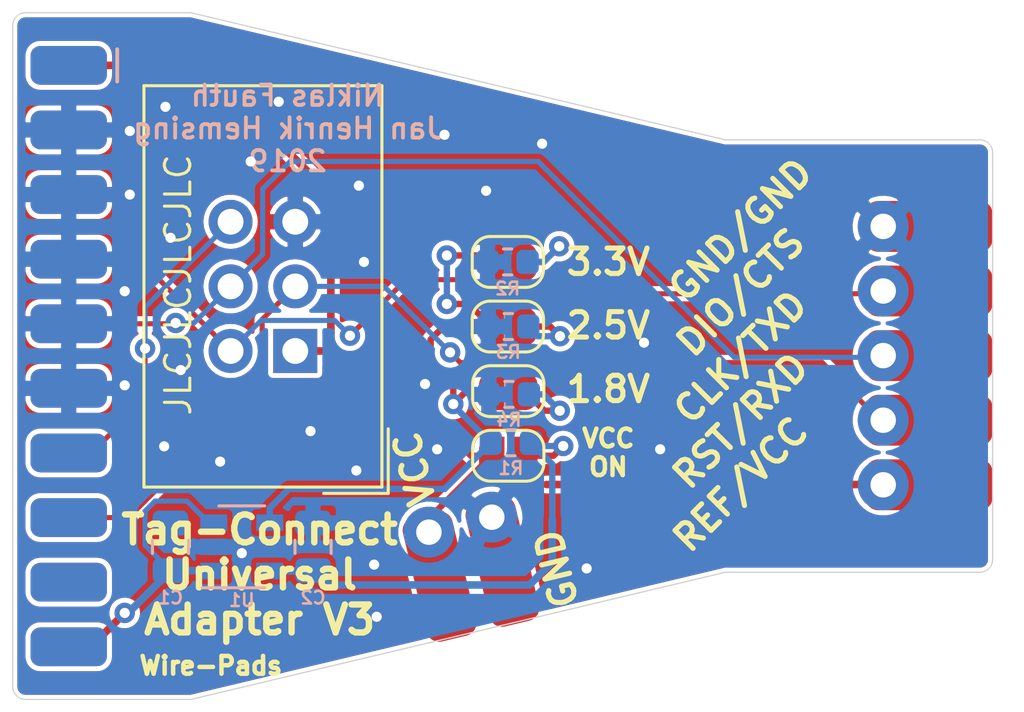
<source format=kicad_pcb>
(kicad_pcb (version 20171130) (host pcbnew "(5.1.4)-1")

  (general
    (thickness 1.6)
    (drawings 37)
    (tracks 155)
    (zones 0)
    (modules 15)
    (nets 22)
  )

  (page A4)
  (layers
    (0 F.Cu signal)
    (31 B.Cu signal)
    (32 B.Adhes user)
    (33 F.Adhes user)
    (34 B.Paste user)
    (35 F.Paste user)
    (36 B.SilkS user)
    (37 F.SilkS user)
    (38 B.Mask user)
    (39 F.Mask user)
    (40 Dwgs.User user)
    (41 Cmts.User user)
    (42 Eco1.User user hide)
    (43 Eco2.User user)
    (44 Edge.Cuts user)
    (45 Margin user)
    (46 B.CrtYd user)
    (47 F.CrtYd user)
    (48 B.Fab user hide)
    (49 F.Fab user hide)
  )

  (setup
    (last_trace_width 0.25)
    (user_trace_width 0.2)
    (user_trace_width 0.3)
    (trace_clearance 0.2)
    (zone_clearance 0.157)
    (zone_45_only no)
    (trace_min 0.2)
    (via_size 0.8)
    (via_drill 0.4)
    (via_min_size 0.4)
    (via_min_drill 0.3)
    (uvia_size 0.3)
    (uvia_drill 0.1)
    (uvias_allowed no)
    (uvia_min_size 0.2)
    (uvia_min_drill 0.1)
    (edge_width 0.05)
    (segment_width 0.2)
    (pcb_text_width 0.3)
    (pcb_text_size 1.5 1.5)
    (mod_edge_width 0.12)
    (mod_text_size 0.5 0.5)
    (mod_text_width 0.1)
    (pad_size 1.524 1.524)
    (pad_drill 0.762)
    (pad_to_mask_clearance 0.051)
    (solder_mask_min_width 0.25)
    (aux_axis_origin 0 0)
    (visible_elements 7FFFFFFF)
    (pcbplotparams
      (layerselection 0x010fc_ffffffff)
      (usegerberextensions true)
      (usegerberattributes false)
      (usegerberadvancedattributes false)
      (creategerberjobfile false)
      (excludeedgelayer false)
      (linewidth 0.100000)
      (plotframeref false)
      (viasonmask false)
      (mode 1)
      (useauxorigin false)
      (hpglpennumber 1)
      (hpglpenspeed 20)
      (hpglpendiameter 15.000000)
      (psnegative false)
      (psa4output false)
      (plotreference true)
      (plotvalue true)
      (plotinvisibletext false)
      (padsonsilk false)
      (subtractmaskfromsilk false)
      (outputformat 1)
      (mirror false)
      (drillshape 0)
      (scaleselection 1)
      (outputdirectory "gerber/"))
  )

  (net 0 "")
  (net 1 "Net-(J1-Pad19)")
  (net 2 "Net-(J1-Pad18)")
  (net 3 "Net-(J1-Pad17)")
  (net 4 RST)
  (net 5 "Net-(J1-Pad15)")
  (net 6 SWO)
  (net 7 "Net-(J1-Pad13)")
  (net 8 "Net-(J1-Pad12)")
  (net 9 GND)
  (net 10 CLK)
  (net 11 DIO)
  (net 12 "Net-(J1-Pad6)")
  (net 13 "Net-(J1-Pad4)")
  (net 14 REF)
  (net 15 "Net-(J1-Pad1)")
  (net 16 +5V)
  (net 17 LDOOUT)
  (net 18 "Net-(JP1-Pad1)")
  (net 19 "Net-(JP1-Pad2)")
  (net 20 "Net-(JP2-Pad2)")
  (net 21 "Net-(JP3-Pad2)")

  (net_class Default "This is the default net class."
    (clearance 0.2)
    (trace_width 0.25)
    (via_dia 0.8)
    (via_drill 0.4)
    (uvia_dia 0.3)
    (uvia_drill 0.1)
    (add_net +5V)
    (add_net CLK)
    (add_net DIO)
    (add_net GND)
    (add_net LDOOUT)
    (add_net "Net-(J1-Pad1)")
    (add_net "Net-(J1-Pad12)")
    (add_net "Net-(J1-Pad13)")
    (add_net "Net-(J1-Pad15)")
    (add_net "Net-(J1-Pad17)")
    (add_net "Net-(J1-Pad18)")
    (add_net "Net-(J1-Pad19)")
    (add_net "Net-(J1-Pad4)")
    (add_net "Net-(J1-Pad6)")
    (add_net "Net-(JP1-Pad1)")
    (add_net "Net-(JP1-Pad2)")
    (add_net "Net-(JP2-Pad2)")
    (add_net "Net-(JP3-Pad2)")
    (add_net REF)
    (add_net RST)
    (add_net SWO)
  )

  (module "0 - GIE Connectors, Terminal Blocks:conn_edge_PTH_2.54mm_2x5_02" (layer F.Cu) (tedit 5F19AF2C) (tstamp 5F1A0E14)
    (at 75.819 54.102 13.4)
    (path /5F1B8227)
    (fp_text reference J4 (at 3.106007 2.306606 103.4) (layer F.SilkS) hide
      (effects (font (size 1 1) (thickness 0.15)))
    )
    (fp_text value PWR_IN (at 0.100001 4.3 13.4) (layer F.Fab)
      (effects (font (size 1 1) (thickness 0.15)))
    )
    (fp_line (start -2.27 3.3) (end 2.27 3.3) (layer Dwgs.User) (width 0.12))
    (pad 2 thru_hole circle (at 1.27 -1 13.4) (size 2 2) (drill 1) (layers *.Cu *.Mask)
      (net 9 GND))
    (pad 1 thru_hole circle (at -1.27 -1 13.4) (size 2 2) (drill 1) (layers *.Cu *.Mask)
      (net 14 REF))
    (pad 2 smd roundrect (at 1.27 -1 13.4) (size 2 5) (drill (offset 0 1.8)) (layers F.Cu F.Mask) (roundrect_rratio 0.25)
      (net 9 GND))
    (pad 1 smd roundrect (at -1.27 -1 13.4) (size 2 5) (drill (offset 0 1.8)) (layers F.Cu F.Mask) (roundrect_rratio 0.25)
      (net 14 REF))
  )

  (module "0 - GIE Connectors, Terminal Blocks:conn_edge_PTH_2.54mm_2x5_05" (layer F.Cu) (tedit 5F19AF7A) (tstamp 5DE00176)
    (at 93.202 46.482 90)
    (path /5DBDC6F2)
    (fp_text reference J3 (at 0 -4.2) (layer F.SilkS) hide
      (effects (font (size 1 1) (thickness 0.15)))
    )
    (fp_text value SWD (at 0.1 4.3 90) (layer F.Fab)
      (effects (font (size 1 1) (thickness 0.15)))
    )
    (fp_line (start -6.08 3.3) (end 6.08 3.3) (layer Dwgs.User) (width 0.12))
    (pad 5 thru_hole circle (at 5.08 -1 90) (size 2 2) (drill 1) (layers *.Cu *.Mask)
      (net 9 GND))
    (pad 4 thru_hole circle (at 2.54 -1 90) (size 2 2) (drill 1) (layers *.Cu *.Mask)
      (net 11 DIO))
    (pad 5 smd roundrect (at 5.08 -1 90) (size 2 5) (drill (offset 0 1.8)) (layers F.Cu F.Mask) (roundrect_rratio 0.25)
      (net 9 GND))
    (pad 4 smd roundrect (at 2.54 -1 90) (size 2 5) (drill (offset 0 1.8)) (layers F.Cu F.Mask) (roundrect_rratio 0.25)
      (net 11 DIO))
    (pad 3 thru_hole circle (at 0 -1 90) (size 2 2) (drill 1) (layers *.Cu *.Mask)
      (net 10 CLK))
    (pad 2 thru_hole circle (at -2.54 -1 90) (size 2 2) (drill 1) (layers *.Cu *.Mask)
      (net 4 RST))
    (pad 3 smd roundrect (at 0 -1 90) (size 2 5) (drill (offset 0 1.8)) (layers F.Cu F.Mask) (roundrect_rratio 0.25)
      (net 10 CLK))
    (pad 2 smd roundrect (at -2.54 -1 90) (size 2 5) (drill (offset 0 1.8)) (layers F.Cu F.Mask) (roundrect_rratio 0.25)
      (net 4 RST))
    (pad 1 thru_hole circle (at -5.08 -1 90) (size 2 2) (drill 1) (layers *.Cu *.Mask)
      (net 14 REF))
    (pad 1 smd roundrect (at -5.08 -1 90) (size 2 5) (drill (offset 0 1.8)) (layers F.Cu F.Mask) (roundrect_rratio 0.25)
      (net 14 REF))
  )

  (module Jumper:SolderJumper-2_P1.3mm_Open_RoundedPad1.0x1.5mm (layer F.Cu) (tedit 5B391E66) (tstamp 5F1A07B1)
    (at 77.47 50.419)
    (descr "SMD Solder Jumper, 1x1.5mm, rounded Pads, 0.3mm gap, open")
    (tags "solder jumper open")
    (path /5F19D755)
    (attr virtual)
    (fp_text reference JP4 (at 0 -1.8) (layer F.SilkS) hide
      (effects (font (size 1 1) (thickness 0.15)))
    )
    (fp_text value Vreg_to_Vtref (at 0 1.9) (layer F.Fab)
      (effects (font (size 1 1) (thickness 0.15)))
    )
    (fp_line (start 1.65 1.25) (end -1.65 1.25) (layer F.CrtYd) (width 0.05))
    (fp_line (start 1.65 1.25) (end 1.65 -1.25) (layer F.CrtYd) (width 0.05))
    (fp_line (start -1.65 -1.25) (end -1.65 1.25) (layer F.CrtYd) (width 0.05))
    (fp_line (start -1.65 -1.25) (end 1.65 -1.25) (layer F.CrtYd) (width 0.05))
    (fp_line (start -0.7 -1) (end 0.7 -1) (layer F.SilkS) (width 0.12))
    (fp_line (start 1.4 -0.3) (end 1.4 0.3) (layer F.SilkS) (width 0.12))
    (fp_line (start 0.7 1) (end -0.7 1) (layer F.SilkS) (width 0.12))
    (fp_line (start -1.4 0.3) (end -1.4 -0.3) (layer F.SilkS) (width 0.12))
    (fp_arc (start -0.7 -0.3) (end -0.7 -1) (angle -90) (layer F.SilkS) (width 0.12))
    (fp_arc (start -0.7 0.3) (end -1.4 0.3) (angle -90) (layer F.SilkS) (width 0.12))
    (fp_arc (start 0.7 0.3) (end 0.7 1) (angle -90) (layer F.SilkS) (width 0.12))
    (fp_arc (start 0.7 -0.3) (end 1.4 -0.3) (angle -90) (layer F.SilkS) (width 0.12))
    (pad 2 smd custom (at 0.65 0) (size 1 0.5) (layers F.Cu F.Mask)
      (net 17 LDOOUT) (zone_connect 2)
      (options (clearance outline) (anchor rect))
      (primitives
        (gr_circle (center 0 0.25) (end 0.5 0.25) (width 0))
        (gr_circle (center 0 -0.25) (end 0.5 -0.25) (width 0))
        (gr_poly (pts
           (xy 0 -0.75) (xy -0.5 -0.75) (xy -0.5 0.75) (xy 0 0.75)) (width 0))
      ))
    (pad 1 smd custom (at -0.65 0) (size 1 0.5) (layers F.Cu F.Mask)
      (net 14 REF) (zone_connect 2)
      (options (clearance outline) (anchor rect))
      (primitives
        (gr_circle (center 0 0.25) (end 0.5 0.25) (width 0))
        (gr_circle (center 0 -0.25) (end 0.5 -0.25) (width 0))
        (gr_poly (pts
           (xy 0 -0.75) (xy 0.5 -0.75) (xy 0.5 0.75) (xy 0 0.75)) (width 0))
      ))
  )

  (module Jumper:SolderJumper-2_P1.3mm_Open_RoundedPad1.0x1.5mm (layer F.Cu) (tedit 5B391E66) (tstamp 5F1A0FC9)
    (at 77.47 47.879)
    (descr "SMD Solder Jumper, 1x1.5mm, rounded Pads, 0.3mm gap, open")
    (tags "solder jumper open")
    (path /5F1A526A)
    (attr virtual)
    (fp_text reference JP3 (at 0 -1.8) (layer F.SilkS) hide
      (effects (font (size 1 1) (thickness 0.15)))
    )
    (fp_text value Vreg_1.8V (at 0 1.9) (layer F.Fab)
      (effects (font (size 1 1) (thickness 0.15)))
    )
    (fp_line (start 1.65 1.25) (end -1.65 1.25) (layer F.CrtYd) (width 0.05))
    (fp_line (start 1.65 1.25) (end 1.65 -1.25) (layer F.CrtYd) (width 0.05))
    (fp_line (start -1.65 -1.25) (end -1.65 1.25) (layer F.CrtYd) (width 0.05))
    (fp_line (start -1.65 -1.25) (end 1.65 -1.25) (layer F.CrtYd) (width 0.05))
    (fp_line (start -0.7 -1) (end 0.7 -1) (layer F.SilkS) (width 0.12))
    (fp_line (start 1.4 -0.3) (end 1.4 0.3) (layer F.SilkS) (width 0.12))
    (fp_line (start 0.7 1) (end -0.7 1) (layer F.SilkS) (width 0.12))
    (fp_line (start -1.4 0.3) (end -1.4 -0.3) (layer F.SilkS) (width 0.12))
    (fp_arc (start -0.7 -0.3) (end -0.7 -1) (angle -90) (layer F.SilkS) (width 0.12))
    (fp_arc (start -0.7 0.3) (end -1.4 0.3) (angle -90) (layer F.SilkS) (width 0.12))
    (fp_arc (start 0.7 0.3) (end 0.7 1) (angle -90) (layer F.SilkS) (width 0.12))
    (fp_arc (start 0.7 -0.3) (end 1.4 -0.3) (angle -90) (layer F.SilkS) (width 0.12))
    (pad 2 smd custom (at 0.65 0) (size 1 0.5) (layers F.Cu F.Mask)
      (net 21 "Net-(JP3-Pad2)") (zone_connect 2)
      (options (clearance outline) (anchor rect))
      (primitives
        (gr_circle (center 0 0.25) (end 0.5 0.25) (width 0))
        (gr_circle (center 0 -0.25) (end 0.5 -0.25) (width 0))
        (gr_poly (pts
           (xy 0 -0.75) (xy -0.5 -0.75) (xy -0.5 0.75) (xy 0 0.75)) (width 0))
      ))
    (pad 1 smd custom (at -0.65 0) (size 1 0.5) (layers F.Cu F.Mask)
      (net 18 "Net-(JP1-Pad1)") (zone_connect 2)
      (options (clearance outline) (anchor rect))
      (primitives
        (gr_circle (center 0 0.25) (end 0.5 0.25) (width 0))
        (gr_circle (center 0 -0.25) (end 0.5 -0.25) (width 0))
        (gr_poly (pts
           (xy 0 -0.75) (xy 0.5 -0.75) (xy 0.5 0.75) (xy 0 0.75)) (width 0))
      ))
  )

  (module Jumper:SolderJumper-2_P1.3mm_Open_RoundedPad1.0x1.5mm (layer F.Cu) (tedit 5B391E66) (tstamp 5F1A077E)
    (at 77.455 45.339)
    (descr "SMD Solder Jumper, 1x1.5mm, rounded Pads, 0.3mm gap, open")
    (tags "solder jumper open")
    (path /5F19B20D)
    (attr virtual)
    (fp_text reference JP2 (at 0 -1.8) (layer F.SilkS) hide
      (effects (font (size 1 1) (thickness 0.15)))
    )
    (fp_text value Vreg_2.5V (at 0 1.9) (layer F.Fab)
      (effects (font (size 1 1) (thickness 0.15)))
    )
    (fp_line (start 1.65 1.25) (end -1.65 1.25) (layer F.CrtYd) (width 0.05))
    (fp_line (start 1.65 1.25) (end 1.65 -1.25) (layer F.CrtYd) (width 0.05))
    (fp_line (start -1.65 -1.25) (end -1.65 1.25) (layer F.CrtYd) (width 0.05))
    (fp_line (start -1.65 -1.25) (end 1.65 -1.25) (layer F.CrtYd) (width 0.05))
    (fp_line (start -0.7 -1) (end 0.7 -1) (layer F.SilkS) (width 0.12))
    (fp_line (start 1.4 -0.3) (end 1.4 0.3) (layer F.SilkS) (width 0.12))
    (fp_line (start 0.7 1) (end -0.7 1) (layer F.SilkS) (width 0.12))
    (fp_line (start -1.4 0.3) (end -1.4 -0.3) (layer F.SilkS) (width 0.12))
    (fp_arc (start -0.7 -0.3) (end -0.7 -1) (angle -90) (layer F.SilkS) (width 0.12))
    (fp_arc (start -0.7 0.3) (end -1.4 0.3) (angle -90) (layer F.SilkS) (width 0.12))
    (fp_arc (start 0.7 0.3) (end 0.7 1) (angle -90) (layer F.SilkS) (width 0.12))
    (fp_arc (start 0.7 -0.3) (end 1.4 -0.3) (angle -90) (layer F.SilkS) (width 0.12))
    (pad 2 smd custom (at 0.65 0) (size 1 0.5) (layers F.Cu F.Mask)
      (net 20 "Net-(JP2-Pad2)") (zone_connect 2)
      (options (clearance outline) (anchor rect))
      (primitives
        (gr_circle (center 0 0.25) (end 0.5 0.25) (width 0))
        (gr_circle (center 0 -0.25) (end 0.5 -0.25) (width 0))
        (gr_poly (pts
           (xy 0 -0.75) (xy -0.5 -0.75) (xy -0.5 0.75) (xy 0 0.75)) (width 0))
      ))
    (pad 1 smd custom (at -0.65 0) (size 1 0.5) (layers F.Cu F.Mask)
      (net 18 "Net-(JP1-Pad1)") (zone_connect 2)
      (options (clearance outline) (anchor rect))
      (primitives
        (gr_circle (center 0 0.25) (end 0.5 0.25) (width 0))
        (gr_circle (center 0 -0.25) (end 0.5 -0.25) (width 0))
        (gr_poly (pts
           (xy 0 -0.75) (xy 0.5 -0.75) (xy 0.5 0.75) (xy 0 0.75)) (width 0))
      ))
  )

  (module Jumper:SolderJumper-2_P1.3mm_Bridged_RoundedPad1.0x1.5mm (layer F.Cu) (tedit 5C745284) (tstamp 5F1A07E5)
    (at 77.455 42.799)
    (descr "SMD Solder Jumper, 1x1.5mm, rounded Pads, 0.3mm gap, bridged with 1 copper strip")
    (tags "solder jumper open")
    (path /5F19CC59)
    (attr virtual)
    (fp_text reference JP1 (at 0 -1.8) (layer F.SilkS) hide
      (effects (font (size 1 1) (thickness 0.15)))
    )
    (fp_text value Vreg_3.3V (at 0 1.9) (layer F.Fab)
      (effects (font (size 1 1) (thickness 0.15)))
    )
    (fp_poly (pts (xy 0.25 -0.3) (xy -0.25 -0.3) (xy -0.25 0.3) (xy 0.25 0.3)) (layer F.Cu) (width 0))
    (fp_line (start 1.65 1.25) (end -1.65 1.25) (layer F.CrtYd) (width 0.05))
    (fp_line (start 1.65 1.25) (end 1.65 -1.25) (layer F.CrtYd) (width 0.05))
    (fp_line (start -1.65 -1.25) (end -1.65 1.25) (layer F.CrtYd) (width 0.05))
    (fp_line (start -1.65 -1.25) (end 1.65 -1.25) (layer F.CrtYd) (width 0.05))
    (fp_line (start -0.7 -1) (end 0.7 -1) (layer F.SilkS) (width 0.12))
    (fp_line (start 1.4 -0.3) (end 1.4 0.3) (layer F.SilkS) (width 0.12))
    (fp_line (start 0.7 1) (end -0.7 1) (layer F.SilkS) (width 0.12))
    (fp_line (start -1.4 0.3) (end -1.4 -0.3) (layer F.SilkS) (width 0.12))
    (fp_arc (start -0.7 -0.3) (end -0.7 -1) (angle -90) (layer F.SilkS) (width 0.12))
    (fp_arc (start -0.7 0.3) (end -1.4 0.3) (angle -90) (layer F.SilkS) (width 0.12))
    (fp_arc (start 0.7 0.3) (end 0.7 1) (angle -90) (layer F.SilkS) (width 0.12))
    (fp_arc (start 0.7 -0.3) (end 1.4 -0.3) (angle -90) (layer F.SilkS) (width 0.12))
    (pad 1 smd custom (at -0.65 0) (size 1 0.5) (layers F.Cu F.Mask)
      (net 18 "Net-(JP1-Pad1)") (zone_connect 2)
      (options (clearance outline) (anchor rect))
      (primitives
        (gr_circle (center 0 0.25) (end 0.5 0.25) (width 0))
        (gr_circle (center 0 -0.25) (end 0.5 -0.25) (width 0))
        (gr_poly (pts
           (xy 0 -0.75) (xy 0.5 -0.75) (xy 0.5 0.75) (xy 0 0.75)) (width 0))
      ))
    (pad 2 smd custom (at 0.65 0) (size 1 0.5) (layers F.Cu F.Mask)
      (net 19 "Net-(JP1-Pad2)") (zone_connect 2)
      (options (clearance outline) (anchor rect))
      (primitives
        (gr_circle (center 0 0.25) (end 0.5 0.25) (width 0))
        (gr_circle (center 0 -0.25) (end 0.5 -0.25) (width 0))
        (gr_poly (pts
           (xy 0 -0.75) (xy -0.5 -0.75) (xy -0.5 0.75) (xy 0 0.75)) (width 0))
      ))
  )

  (module Capacitor_SMD:C_0805_2012Metric (layer B.Cu) (tedit 5B36C52B) (tstamp 5DDFDD91)
    (at 69.8 54 90)
    (descr "Capacitor SMD 0805 (2012 Metric), square (rectangular) end terminal, IPC_7351 nominal, (Body size source: https://docs.google.com/spreadsheets/d/1BsfQQcO9C6DZCsRaXUlFlo91Tg2WpOkGARC1WS5S8t0/edit?usp=sharing), generated with kicad-footprint-generator")
    (tags capacitor)
    (path /5DBCF215)
    (attr smd)
    (fp_text reference C2 (at -2 0 180) (layer B.SilkS)
      (effects (font (size 0.5 0.5) (thickness 0.1)) (justify mirror))
    )
    (fp_text value 2.2u (at 0 -1.65 90) (layer B.Fab)
      (effects (font (size 1 1) (thickness 0.15)) (justify mirror))
    )
    (fp_text user %R (at 0 0 90) (layer B.Fab)
      (effects (font (size 0.5 0.5) (thickness 0.08)) (justify mirror))
    )
    (fp_line (start 1.68 -0.95) (end -1.68 -0.95) (layer B.CrtYd) (width 0.05))
    (fp_line (start 1.68 0.95) (end 1.68 -0.95) (layer B.CrtYd) (width 0.05))
    (fp_line (start -1.68 0.95) (end 1.68 0.95) (layer B.CrtYd) (width 0.05))
    (fp_line (start -1.68 -0.95) (end -1.68 0.95) (layer B.CrtYd) (width 0.05))
    (fp_line (start -0.258578 -0.71) (end 0.258578 -0.71) (layer B.SilkS) (width 0.12))
    (fp_line (start -0.258578 0.71) (end 0.258578 0.71) (layer B.SilkS) (width 0.12))
    (fp_line (start 1 -0.6) (end -1 -0.6) (layer B.Fab) (width 0.1))
    (fp_line (start 1 0.6) (end 1 -0.6) (layer B.Fab) (width 0.1))
    (fp_line (start -1 0.6) (end 1 0.6) (layer B.Fab) (width 0.1))
    (fp_line (start -1 -0.6) (end -1 0.6) (layer B.Fab) (width 0.1))
    (pad 2 smd roundrect (at 0.9375 0 90) (size 0.975 1.4) (layers B.Cu B.Paste B.Mask) (roundrect_rratio 0.25)
      (net 9 GND))
    (pad 1 smd roundrect (at -0.9375 0 90) (size 0.975 1.4) (layers B.Cu B.Paste B.Mask) (roundrect_rratio 0.25)
      (net 17 LDOOUT))
    (model ${KISYS3DMOD}/Capacitor_SMD.3dshapes/C_0805_2012Metric.wrl
      (at (xyz 0 0 0))
      (scale (xyz 1 1 1))
      (rotate (xyz 0 0 0))
    )
  )

  (module Capacitor_SMD:C_0805_2012Metric (layer B.Cu) (tedit 5B36C52B) (tstamp 5DDFDD80)
    (at 64.2 54 90)
    (descr "Capacitor SMD 0805 (2012 Metric), square (rectangular) end terminal, IPC_7351 nominal, (Body size source: https://docs.google.com/spreadsheets/d/1BsfQQcO9C6DZCsRaXUlFlo91Tg2WpOkGARC1WS5S8t0/edit?usp=sharing), generated with kicad-footprint-generator")
    (tags capacitor)
    (path /5DBCEFB5)
    (attr smd)
    (fp_text reference C1 (at -2 0 180) (layer B.SilkS)
      (effects (font (size 0.5 0.5) (thickness 0.1)) (justify mirror))
    )
    (fp_text value 2.2u (at 0 -1.65 90) (layer B.Fab)
      (effects (font (size 1 1) (thickness 0.15)) (justify mirror))
    )
    (fp_line (start -1 -0.6) (end -1 0.6) (layer B.Fab) (width 0.1))
    (fp_line (start -1 0.6) (end 1 0.6) (layer B.Fab) (width 0.1))
    (fp_line (start 1 0.6) (end 1 -0.6) (layer B.Fab) (width 0.1))
    (fp_line (start 1 -0.6) (end -1 -0.6) (layer B.Fab) (width 0.1))
    (fp_line (start -0.258578 0.71) (end 0.258578 0.71) (layer B.SilkS) (width 0.12))
    (fp_line (start -0.258578 -0.71) (end 0.258578 -0.71) (layer B.SilkS) (width 0.12))
    (fp_line (start -1.68 -0.95) (end -1.68 0.95) (layer B.CrtYd) (width 0.05))
    (fp_line (start -1.68 0.95) (end 1.68 0.95) (layer B.CrtYd) (width 0.05))
    (fp_line (start 1.68 0.95) (end 1.68 -0.95) (layer B.CrtYd) (width 0.05))
    (fp_line (start 1.68 -0.95) (end -1.68 -0.95) (layer B.CrtYd) (width 0.05))
    (fp_text user %R (at 0 0 90) (layer B.Fab)
      (effects (font (size 0.5 0.5) (thickness 0.08)) (justify mirror))
    )
    (pad 1 smd roundrect (at -0.9375 0 90) (size 0.975 1.4) (layers B.Cu B.Paste B.Mask) (roundrect_rratio 0.25)
      (net 16 +5V))
    (pad 2 smd roundrect (at 0.9375 0 90) (size 0.975 1.4) (layers B.Cu B.Paste B.Mask) (roundrect_rratio 0.25)
      (net 9 GND))
    (model ${KISYS3DMOD}/Capacitor_SMD.3dshapes/C_0805_2012Metric.wrl
      (at (xyz 0 0 0))
      (scale (xyz 1 1 1))
      (rotate (xyz 0 0 0))
    )
  )

  (module Package_TO_SOT_SMD:SOT-23-5 (layer B.Cu) (tedit 5A02FF57) (tstamp 5DDFDCD5)
    (at 67 54)
    (descr "5-pin SOT23 package")
    (tags SOT-23-5)
    (path /5DBCEBD6)
    (attr smd)
    (fp_text reference U1 (at 0 2.1) (layer B.SilkS)
      (effects (font (size 0.5 0.5) (thickness 0.1)) (justify mirror))
    )
    (fp_text value SGM2019 (at 0 -2.9) (layer B.Fab)
      (effects (font (size 1 1) (thickness 0.15)) (justify mirror))
    )
    (fp_text user %R (at 0 0 -90) (layer B.Fab)
      (effects (font (size 0.5 0.5) (thickness 0.075)) (justify mirror))
    )
    (fp_line (start -0.9 -1.61) (end 0.9 -1.61) (layer B.SilkS) (width 0.12))
    (fp_line (start 0.9 1.61) (end -1.55 1.61) (layer B.SilkS) (width 0.12))
    (fp_line (start -1.9 1.8) (end 1.9 1.8) (layer B.CrtYd) (width 0.05))
    (fp_line (start 1.9 1.8) (end 1.9 -1.8) (layer B.CrtYd) (width 0.05))
    (fp_line (start 1.9 -1.8) (end -1.9 -1.8) (layer B.CrtYd) (width 0.05))
    (fp_line (start -1.9 -1.8) (end -1.9 1.8) (layer B.CrtYd) (width 0.05))
    (fp_line (start -0.9 0.9) (end -0.25 1.55) (layer B.Fab) (width 0.1))
    (fp_line (start 0.9 1.55) (end -0.25 1.55) (layer B.Fab) (width 0.1))
    (fp_line (start -0.9 0.9) (end -0.9 -1.55) (layer B.Fab) (width 0.1))
    (fp_line (start 0.9 -1.55) (end -0.9 -1.55) (layer B.Fab) (width 0.1))
    (fp_line (start 0.9 1.55) (end 0.9 -1.55) (layer B.Fab) (width 0.1))
    (pad 1 smd rect (at -1.1 0.95) (size 1.06 0.65) (layers B.Cu B.Paste B.Mask)
      (net 16 +5V))
    (pad 2 smd rect (at -1.1 0) (size 1.06 0.65) (layers B.Cu B.Paste B.Mask)
      (net 9 GND))
    (pad 3 smd rect (at -1.1 -0.95) (size 1.06 0.65) (layers B.Cu B.Paste B.Mask)
      (net 16 +5V))
    (pad 4 smd rect (at 1.1 -0.95) (size 1.06 0.65) (layers B.Cu B.Paste B.Mask)
      (net 18 "Net-(JP1-Pad1)"))
    (pad 5 smd rect (at 1.1 0.95) (size 1.06 0.65) (layers B.Cu B.Paste B.Mask)
      (net 17 LDOOUT))
    (model ${KISYS3DMOD}/Package_TO_SOT_SMD.3dshapes/SOT-23-5.wrl
      (at (xyz 0 0 0))
      (scale (xyz 1 1 1))
      (rotate (xyz 0 0 0))
    )
  )

  (module Resistor_SMD:R_0603_1608Metric (layer B.Cu) (tedit 5B301BBD) (tstamp 5DDFDCC0)
    (at 77.4955 48.006)
    (descr "Resistor SMD 0603 (1608 Metric), square (rectangular) end terminal, IPC_7351 nominal, (Body size source: http://www.tortai-tech.com/upload/download/2011102023233369053.pdf), generated with kicad-footprint-generator")
    (tags resistor)
    (path /5DBCF9E5)
    (attr smd)
    (fp_text reference R4 (at 0 1) (layer B.SilkS)
      (effects (font (size 0.5 0.5) (thickness 0.1)) (justify mirror))
    )
    (fp_text value "5.76k 1%" (at 0 -1.43) (layer B.Fab)
      (effects (font (size 1 1) (thickness 0.15)) (justify mirror))
    )
    (fp_text user %R (at 0 0) (layer B.Fab)
      (effects (font (size 0.4 0.4) (thickness 0.06)) (justify mirror))
    )
    (fp_line (start 1.48 -0.73) (end -1.48 -0.73) (layer B.CrtYd) (width 0.05))
    (fp_line (start 1.48 0.73) (end 1.48 -0.73) (layer B.CrtYd) (width 0.05))
    (fp_line (start -1.48 0.73) (end 1.48 0.73) (layer B.CrtYd) (width 0.05))
    (fp_line (start -1.48 -0.73) (end -1.48 0.73) (layer B.CrtYd) (width 0.05))
    (fp_line (start -0.162779 -0.51) (end 0.162779 -0.51) (layer B.SilkS) (width 0.12))
    (fp_line (start -0.162779 0.51) (end 0.162779 0.51) (layer B.SilkS) (width 0.12))
    (fp_line (start 0.8 -0.4) (end -0.8 -0.4) (layer B.Fab) (width 0.1))
    (fp_line (start 0.8 0.4) (end 0.8 -0.4) (layer B.Fab) (width 0.1))
    (fp_line (start -0.8 0.4) (end 0.8 0.4) (layer B.Fab) (width 0.1))
    (fp_line (start -0.8 -0.4) (end -0.8 0.4) (layer B.Fab) (width 0.1))
    (pad 2 smd roundrect (at 0.7875 0) (size 0.875 0.95) (layers B.Cu B.Paste B.Mask) (roundrect_rratio 0.25)
      (net 21 "Net-(JP3-Pad2)"))
    (pad 1 smd roundrect (at -0.7875 0) (size 0.875 0.95) (layers B.Cu B.Paste B.Mask) (roundrect_rratio 0.25)
      (net 9 GND))
    (model ${KISYS3DMOD}/Resistor_SMD.3dshapes/R_0603_1608Metric.wrl
      (at (xyz 0 0 0))
      (scale (xyz 1 1 1))
      (rotate (xyz 0 0 0))
    )
  )

  (module Resistor_SMD:R_0603_1608Metric (layer B.Cu) (tedit 5B301BBD) (tstamp 5DDFDCAF)
    (at 77.47 45.339)
    (descr "Resistor SMD 0603 (1608 Metric), square (rectangular) end terminal, IPC_7351 nominal, (Body size source: http://www.tortai-tech.com/upload/download/2011102023233369053.pdf), generated with kicad-footprint-generator")
    (tags resistor)
    (path /5DBCF96B)
    (attr smd)
    (fp_text reference R3 (at 0 1) (layer B.SilkS)
      (effects (font (size 0.5 0.5) (thickness 0.1)) (justify mirror))
    )
    (fp_text value "9.31k 1%" (at 0 -1.43) (layer B.Fab)
      (effects (font (size 1 1) (thickness 0.15)) (justify mirror))
    )
    (fp_line (start -0.8 -0.4) (end -0.8 0.4) (layer B.Fab) (width 0.1))
    (fp_line (start -0.8 0.4) (end 0.8 0.4) (layer B.Fab) (width 0.1))
    (fp_line (start 0.8 0.4) (end 0.8 -0.4) (layer B.Fab) (width 0.1))
    (fp_line (start 0.8 -0.4) (end -0.8 -0.4) (layer B.Fab) (width 0.1))
    (fp_line (start -0.162779 0.51) (end 0.162779 0.51) (layer B.SilkS) (width 0.12))
    (fp_line (start -0.162779 -0.51) (end 0.162779 -0.51) (layer B.SilkS) (width 0.12))
    (fp_line (start -1.48 -0.73) (end -1.48 0.73) (layer B.CrtYd) (width 0.05))
    (fp_line (start -1.48 0.73) (end 1.48 0.73) (layer B.CrtYd) (width 0.05))
    (fp_line (start 1.48 0.73) (end 1.48 -0.73) (layer B.CrtYd) (width 0.05))
    (fp_line (start 1.48 -0.73) (end -1.48 -0.73) (layer B.CrtYd) (width 0.05))
    (fp_text user %R (at 0 0) (layer B.Fab)
      (effects (font (size 0.4 0.4) (thickness 0.06)) (justify mirror))
    )
    (pad 1 smd roundrect (at -0.7875 0) (size 0.875 0.95) (layers B.Cu B.Paste B.Mask) (roundrect_rratio 0.25)
      (net 9 GND))
    (pad 2 smd roundrect (at 0.7875 0) (size 0.875 0.95) (layers B.Cu B.Paste B.Mask) (roundrect_rratio 0.25)
      (net 20 "Net-(JP2-Pad2)"))
    (model ${KISYS3DMOD}/Resistor_SMD.3dshapes/R_0603_1608Metric.wrl
      (at (xyz 0 0 0))
      (scale (xyz 1 1 1))
      (rotate (xyz 0 0 0))
    )
  )

  (module Resistor_SMD:R_0603_1608Metric (layer B.Cu) (tedit 5B301BBD) (tstamp 5DDFDC9E)
    (at 77.4445 42.799)
    (descr "Resistor SMD 0603 (1608 Metric), square (rectangular) end terminal, IPC_7351 nominal, (Body size source: http://www.tortai-tech.com/upload/download/2011102023233369053.pdf), generated with kicad-footprint-generator")
    (tags resistor)
    (path /5DBCF800)
    (attr smd)
    (fp_text reference R2 (at 0 1.05) (layer B.SilkS)
      (effects (font (size 0.5 0.5) (thickness 0.1)) (justify mirror))
    )
    (fp_text value "20k 1%" (at 0 -1.43) (layer B.Fab)
      (effects (font (size 1 1) (thickness 0.15)) (justify mirror))
    )
    (fp_text user %R (at 0 0) (layer B.Fab)
      (effects (font (size 0.4 0.4) (thickness 0.06)) (justify mirror))
    )
    (fp_line (start 1.48 -0.73) (end -1.48 -0.73) (layer B.CrtYd) (width 0.05))
    (fp_line (start 1.48 0.73) (end 1.48 -0.73) (layer B.CrtYd) (width 0.05))
    (fp_line (start -1.48 0.73) (end 1.48 0.73) (layer B.CrtYd) (width 0.05))
    (fp_line (start -1.48 -0.73) (end -1.48 0.73) (layer B.CrtYd) (width 0.05))
    (fp_line (start -0.162779 -0.51) (end 0.162779 -0.51) (layer B.SilkS) (width 0.12))
    (fp_line (start -0.162779 0.51) (end 0.162779 0.51) (layer B.SilkS) (width 0.12))
    (fp_line (start 0.8 -0.4) (end -0.8 -0.4) (layer B.Fab) (width 0.1))
    (fp_line (start 0.8 0.4) (end 0.8 -0.4) (layer B.Fab) (width 0.1))
    (fp_line (start -0.8 0.4) (end 0.8 0.4) (layer B.Fab) (width 0.1))
    (fp_line (start -0.8 -0.4) (end -0.8 0.4) (layer B.Fab) (width 0.1))
    (pad 2 smd roundrect (at 0.7875 0) (size 0.875 0.95) (layers B.Cu B.Paste B.Mask) (roundrect_rratio 0.25)
      (net 19 "Net-(JP1-Pad2)"))
    (pad 1 smd roundrect (at -0.7875 0) (size 0.875 0.95) (layers B.Cu B.Paste B.Mask) (roundrect_rratio 0.25)
      (net 9 GND))
    (model ${KISYS3DMOD}/Resistor_SMD.3dshapes/R_0603_1608Metric.wrl
      (at (xyz 0 0 0))
      (scale (xyz 1 1 1))
      (rotate (xyz 0 0 0))
    )
  )

  (module Resistor_SMD:R_0603_1608Metric (layer B.Cu) (tedit 5B301BBD) (tstamp 5DDFDC8D)
    (at 77.5715 49.911 180)
    (descr "Resistor SMD 0603 (1608 Metric), square (rectangular) end terminal, IPC_7351 nominal, (Body size source: http://www.tortai-tech.com/upload/download/2011102023233369053.pdf), generated with kicad-footprint-generator")
    (tags resistor)
    (path /5DBCF540)
    (attr smd)
    (fp_text reference R1 (at 0 -1 180) (layer B.SilkS)
      (effects (font (size 0.5 0.5) (thickness 0.1)) (justify mirror))
    )
    (fp_text value "10k 1%" (at 0 -1.43 180) (layer B.Fab)
      (effects (font (size 1 1) (thickness 0.15)) (justify mirror))
    )
    (fp_line (start -0.8 -0.4) (end -0.8 0.4) (layer B.Fab) (width 0.1))
    (fp_line (start -0.8 0.4) (end 0.8 0.4) (layer B.Fab) (width 0.1))
    (fp_line (start 0.8 0.4) (end 0.8 -0.4) (layer B.Fab) (width 0.1))
    (fp_line (start 0.8 -0.4) (end -0.8 -0.4) (layer B.Fab) (width 0.1))
    (fp_line (start -0.162779 0.51) (end 0.162779 0.51) (layer B.SilkS) (width 0.12))
    (fp_line (start -0.162779 -0.51) (end 0.162779 -0.51) (layer B.SilkS) (width 0.12))
    (fp_line (start -1.48 -0.73) (end -1.48 0.73) (layer B.CrtYd) (width 0.05))
    (fp_line (start -1.48 0.73) (end 1.48 0.73) (layer B.CrtYd) (width 0.05))
    (fp_line (start 1.48 0.73) (end 1.48 -0.73) (layer B.CrtYd) (width 0.05))
    (fp_line (start 1.48 -0.73) (end -1.48 -0.73) (layer B.CrtYd) (width 0.05))
    (fp_text user %R (at 0 0 180) (layer B.Fab)
      (effects (font (size 0.4 0.4) (thickness 0.06)) (justify mirror))
    )
    (pad 1 smd roundrect (at -0.7875 0 180) (size 0.875 0.95) (layers B.Cu B.Paste B.Mask) (roundrect_rratio 0.25)
      (net 17 LDOOUT))
    (pad 2 smd roundrect (at 0.7875 0 180) (size 0.875 0.95) (layers B.Cu B.Paste B.Mask) (roundrect_rratio 0.25)
      (net 18 "Net-(JP1-Pad1)"))
    (model ${KISYS3DMOD}/Resistor_SMD.3dshapes/R_0603_1608Metric.wrl
      (at (xyz 0 0 0))
      (scale (xyz 1 1 1))
      (rotate (xyz 0 0 0))
    )
  )

  (module Connector_IDC:IDC-Header_2x03_P2.54mm_Vertical (layer F.Cu) (tedit 5DBCBC8C) (tstamp 5DE4D9CF)
    (at 69.1 46.3 180)
    (descr "Through hole straight IDC box header, 2x03, 2.54mm pitch, double rows")
    (tags "Through hole IDC box header THT 2x03 2.54mm double row")
    (path /5CD058A4)
    (fp_text reference J2 (at 1.27 -6.604 180) (layer F.SilkS) hide
      (effects (font (size 0.5 0.5) (thickness 0.1)))
    )
    (fp_text value TC (at 1.27 11.684 180) (layer F.Fab)
      (effects (font (size 1 1) (thickness 0.15)))
    )
    (fp_text user %R (at 1.27 2.54 180) (layer F.Fab)
      (effects (font (size 1 1) (thickness 0.15)))
    )
    (fp_line (start 5.695 -5.1) (end 5.695 10.18) (layer F.Fab) (width 0.1))
    (fp_line (start 5.145 -4.56) (end 5.145 9.62) (layer F.Fab) (width 0.1))
    (fp_line (start -3.155 -5.1) (end -3.155 10.18) (layer F.Fab) (width 0.1))
    (fp_line (start -2.605 -4.56) (end -2.605 0.29) (layer F.Fab) (width 0.1))
    (fp_line (start -2.605 4.79) (end -2.605 9.62) (layer F.Fab) (width 0.1))
    (fp_line (start -2.605 0.29) (end -3.155 0.29) (layer F.Fab) (width 0.1))
    (fp_line (start -2.605 4.79) (end -3.155 4.79) (layer F.Fab) (width 0.1))
    (fp_line (start 5.695 -5.1) (end -3.155 -5.1) (layer F.Fab) (width 0.1))
    (fp_line (start 5.145 -4.56) (end -2.605 -4.56) (layer F.Fab) (width 0.1))
    (fp_line (start 5.695 10.18) (end -3.155 10.18) (layer F.Fab) (width 0.1))
    (fp_line (start 5.145 9.62) (end -2.605 9.62) (layer F.Fab) (width 0.1))
    (fp_line (start 5.695 -5.1) (end 5.145 -4.56) (layer F.Fab) (width 0.1))
    (fp_line (start 5.695 10.18) (end 5.145 9.62) (layer F.Fab) (width 0.1))
    (fp_line (start -3.155 -5.1) (end -2.605 -4.56) (layer F.Fab) (width 0.1))
    (fp_line (start -3.155 10.18) (end -2.605 9.62) (layer F.Fab) (width 0.1))
    (fp_line (start 5.95 -5.35) (end 5.95 10.43) (layer F.CrtYd) (width 0.05))
    (fp_line (start 5.95 10.43) (end -3.41 10.43) (layer F.CrtYd) (width 0.05))
    (fp_line (start -3.41 10.43) (end -3.41 -5.35) (layer F.CrtYd) (width 0.05))
    (fp_line (start -3.41 -5.35) (end 5.95 -5.35) (layer F.CrtYd) (width 0.05))
    (fp_line (start 5.945 -5.35) (end 5.945 10.43) (layer F.SilkS) (width 0.12))
    (fp_line (start 5.945 10.43) (end -3.405 10.43) (layer F.SilkS) (width 0.12))
    (fp_line (start -3.405 10.43) (end -3.405 -5.35) (layer F.SilkS) (width 0.12))
    (fp_line (start -3.405 -5.35) (end 5.945 -5.35) (layer F.SilkS) (width 0.12))
    (fp_line (start -3.655 -5.6) (end -3.655 -3.06) (layer F.SilkS) (width 0.12))
    (fp_line (start -3.655 -5.6) (end -1.115 -5.6) (layer F.SilkS) (width 0.12))
    (pad 1 thru_hole rect (at 0 0 180) (size 1.7272 1.7272) (drill 1.016) (layers *.Cu *.Mask)
      (net 14 REF))
    (pad 2 thru_hole oval (at 2.54 0 180) (size 1.7272 1.7272) (drill 1.016) (layers *.Cu *.Mask)
      (net 11 DIO))
    (pad 3 thru_hole oval (at 0 2.54 180) (size 1.7272 1.7272) (drill 1.016) (layers *.Cu *.Mask)
      (net 4 RST))
    (pad 4 thru_hole oval (at 2.54 2.54 180) (size 1.7272 1.7272) (drill 1.016) (layers *.Cu *.Mask)
      (net 10 CLK))
    (pad 5 thru_hole oval (at 0 5.08 180) (size 1.7272 1.7272) (drill 1.016) (layers *.Cu *.Mask)
      (net 9 GND))
    (pad 6 thru_hole oval (at 2.54 5.08 180) (size 1.7272 1.7272) (drill 1.016) (layers *.Cu *.Mask)
      (net 6 SWO))
    (model ${KISYS3DMOD}/Connector_IDC.3dshapes/IDC-Header_2x03_P2.54mm_Vertical.wrl
      (at (xyz 0 0 0))
      (scale (xyz 1 1 1))
      (rotate (xyz 0 0 0))
    )
  )

  (module otter:conn_02x10_edge (layer F.Cu) (tedit 5DBCC3A5) (tstamp 5DD3F3D8)
    (at 60.2 46.5)
    (path /5CD0A8DD)
    (fp_text reference J1 (at 0.05 -13.97) (layer F.SilkS) hide
      (effects (font (size 0.5 0.5) (thickness 0.1)))
    )
    (fp_text value JLINK (at 0.05 -14.97) (layer F.Fab)
      (effects (font (size 1 1) (thickness 0.15)))
    )
    (fp_line (start 1.905 -12.065) (end 1.905 -10.795) (layer B.SilkS) (width 0.15))
    (pad 20 smd roundrect (at 0 11.43) (size 3 1.524) (layers F.Cu F.Mask) (roundrect_rratio 0.25)
      (net 16 +5V))
    (pad 18 smd roundrect (at 0 8.89) (size 3 1.524) (layers F.Cu F.Mask) (roundrect_rratio 0.25)
      (net 2 "Net-(J1-Pad18)"))
    (pad 16 smd roundrect (at 0 6.35) (size 3 1.524) (layers F.Cu F.Mask) (roundrect_rratio 0.25)
      (net 4 RST))
    (pad 14 smd roundrect (at 0 3.81) (size 3 1.524) (layers F.Cu F.Mask) (roundrect_rratio 0.25)
      (net 6 SWO))
    (pad 12 smd roundrect (at 0 1.27) (size 3 1.524) (layers F.Cu F.Mask) (roundrect_rratio 0.25)
      (net 8 "Net-(J1-Pad12)"))
    (pad 10 smd roundrect (at 0 -1.27) (size 3 1.524) (layers F.Cu F.Mask) (roundrect_rratio 0.25)
      (net 10 CLK))
    (pad 8 smd roundrect (at 0 -3.81) (size 3 1.524) (layers F.Cu F.Mask) (roundrect_rratio 0.25)
      (net 11 DIO))
    (pad 6 smd roundrect (at 0 -6.35) (size 3 1.524) (layers F.Cu F.Mask) (roundrect_rratio 0.25)
      (net 12 "Net-(J1-Pad6)"))
    (pad 4 smd roundrect (at 0 -8.89) (size 3 1.524) (layers F.Cu F.Mask) (roundrect_rratio 0.25)
      (net 13 "Net-(J1-Pad4)"))
    (pad 2 smd roundrect (at 0 -11.43) (size 3 1.524) (layers F.Cu F.Mask) (roundrect_rratio 0.25)
      (net 14 REF))
    (pad 11 smd roundrect (at 0 1.27) (size 3 1.524) (layers B.Cu B.Mask) (roundrect_rratio 0.25)
      (net 9 GND))
    (pad 13 smd roundrect (at 0 3.81) (size 3 1.524) (layers B.Cu B.Mask) (roundrect_rratio 0.25)
      (net 7 "Net-(J1-Pad13)"))
    (pad 9 smd roundrect (at 0 -1.27) (size 3 1.524) (layers B.Cu B.Mask) (roundrect_rratio 0.25)
      (net 9 GND))
    (pad 5 smd roundrect (at 0 -6.35) (size 3 1.524) (layers B.Cu B.Mask) (roundrect_rratio 0.25)
      (net 9 GND))
    (pad 3 smd roundrect (at 0 -8.89) (size 3 1.524) (layers B.Cu B.Mask) (roundrect_rratio 0.25)
      (net 9 GND))
    (pad 19 smd roundrect (at 0 11.43) (size 3 1.524) (layers B.Cu B.Mask) (roundrect_rratio 0.25)
      (net 1 "Net-(J1-Pad19)"))
    (pad 17 smd roundrect (at 0 8.89) (size 3 1.524) (layers B.Cu B.Mask) (roundrect_rratio 0.25)
      (net 3 "Net-(J1-Pad17)"))
    (pad 15 smd roundrect (at 0 6.35) (size 3 1.524) (layers B.Cu B.Mask) (roundrect_rratio 0.25)
      (net 5 "Net-(J1-Pad15)"))
    (pad 1 smd roundrect (at 0 -11.43) (size 3 1.524) (layers B.Cu B.Mask) (roundrect_rratio 0.25)
      (net 15 "Net-(J1-Pad1)"))
    (pad 7 smd roundrect (at 0 -3.81) (size 3 1.524) (layers B.Cu B.Mask) (roundrect_rratio 0.25)
      (net 9 GND))
    (model ${KISYS3DMOD}/Connector_PinSocket_2.54mm.3dshapes/PinSocket_2x10_P2.54mm_Vertical.wrl
      (offset (xyz -2.5 11.5 0))
      (scale (xyz 1 1 1))
      (rotate (xyz 0 90 0))
    )
  )

  (gr_text Wire-Pads (at 65.786 58.674) (layer F.SilkS) (tstamp 5F1A2395)
    (effects (font (size 0.7 0.7) (thickness 0.175)))
  )
  (gr_text GND (at 79.375 54.864 103.4) (layer F.SilkS) (tstamp 5F1A120D)
    (effects (font (size 1 1) (thickness 0.2)))
  )
  (gr_text VCC (at 73.787 50.927 103.4) (layer F.SilkS) (tstamp 5F1A0E77)
    (effects (font (size 1 1) (thickness 0.2)))
  )
  (gr_line (start 93.75 41.55) (end 79.85 41.55) (layer Eco1.User) (width 0.2) (tstamp 5DDFE1BD))
  (gr_text JLCJLCJLCJLC (at 64.5 43.7 90) (layer F.SilkS)
    (effects (font (size 1 1) (thickness 0.12)))
  )
  (gr_text "Niklas Fauth\nJan Henrik Hemsing\n2019" (at 68.8 37.55) (layer B.SilkS)
    (effects (font (size 0.8 0.8) (thickness 0.15)) (justify mirror))
  )
  (gr_text RST/RXD (at 86.6 49.05 45) (layer F.SilkS) (tstamp 5DE0081F)
    (effects (font (size 1 1) (thickness 0.2)))
  )
  (gr_line (start 93.75 51.55) (end 79.85 51.55) (layer Eco1.User) (width 0.2) (tstamp 5DDFE1BD))
  (gr_line (start 93.75 49.05) (end 79.85 49.05) (layer Eco1.User) (width 0.2) (tstamp 5DDFE1BD))
  (gr_line (start 93.75 46.55) (end 79.85 46.55) (layer Eco1.User) (width 0.2) (tstamp 5DDFE1BD))
  (gr_line (start 93.75 44) (end 79.85 44) (layer Eco1.User) (width 0.2) (tstamp 5DDFE1BD))
  (gr_line (start 86.6 52.8) (end 86.6 40.8) (layer Eco1.User) (width 0.2))
  (gr_line (start 81.4 53.1) (end 81.4 40.6) (layer Eco1.User) (width 0.2))
  (gr_line (start 86.6 47.8) (end 79.8 47.8) (layer Eco1.User) (width 0.2) (tstamp 5DDFE1BD))
  (gr_line (start 86.6 45.3) (end 79.8 45.3) (layer Eco1.User) (width 0.2) (tstamp 5DDFE1BD))
  (gr_line (start 86.6 42.8) (end 79.8 42.8) (layer Eco1.User) (width 0.2))
  (gr_text "VCC\nON" (at 81.4 50.3) (layer F.SilkS) (tstamp 5F1A2248)
    (effects (font (size 0.7 0.7) (thickness 0.175)))
  )
  (gr_text 1.8V (at 81.4 47.8) (layer F.SilkS) (tstamp 5DDFE15F)
    (effects (font (size 1 1) (thickness 0.2)))
  )
  (gr_text 2.5V (at 81.4 45.3) (layer F.SilkS) (tstamp 5DE0082F)
    (effects (font (size 1 1) (thickness 0.2)))
  )
  (gr_text 3.3V (at 81.4 42.8) (layer F.SilkS) (tstamp 5DDFE330)
    (effects (font (size 1 1) (thickness 0.2)))
  )
  (gr_text GND/GND (at 86.6 41.55 45) (layer F.SilkS) (tstamp 5CD09A49)
    (effects (font (size 1 1) (thickness 0.2)))
  )
  (gr_text DIO/CTS (at 86.6 44 45) (layer F.SilkS) (tstamp 5CD09A49)
    (effects (font (size 1 1) (thickness 0.2)))
  )
  (gr_text REF/VCC (at 86.6 51.55 45) (layer F.SilkS) (tstamp 5CD09A49)
    (effects (font (size 1 1) (thickness 0.2)))
  )
  (gr_text CLK/TXD (at 86.6 46.55 45) (layer F.SilkS) (tstamp 5CD09A49)
    (effects (font (size 1 1) (thickness 0.2)))
  )
  (gr_text "Tag-Connect\nUniversal\nAdapter V3\n" (at 67.7 55.1) (layer F.SilkS)
    (effects (font (size 1.1 1.1) (thickness 0.25)))
  )
  (gr_arc (start 58.5 59.5) (end 58 59.5) (angle -90) (layer Edge.Cuts) (width 0.05))
  (gr_arc (start 58.5 33.5) (end 58.5 33) (angle -90) (layer Edge.Cuts) (width 0.05))
  (gr_arc (start 96 38.5) (end 96.5 38.5) (angle -90) (layer Edge.Cuts) (width 0.05))
  (gr_arc (start 96 54.5) (end 96 55) (angle -90) (layer Edge.Cuts) (width 0.05))
  (gr_line (start 86 38) (end 65 33) (layer Edge.Cuts) (width 0.05) (tstamp 5CD09305))
  (gr_line (start 96 38) (end 86 38) (layer Edge.Cuts) (width 0.05))
  (gr_line (start 96.5 54.5) (end 96.5 38.5) (layer Edge.Cuts) (width 0.05) (tstamp 5CD098D0))
  (gr_line (start 86 55) (end 96 55) (layer Edge.Cuts) (width 0.05))
  (gr_line (start 65 60) (end 86 55) (layer Edge.Cuts) (width 0.05))
  (gr_line (start 65 33) (end 58.5 33) (layer Edge.Cuts) (width 0.05))
  (gr_line (start 58.5 60) (end 65 60) (layer Edge.Cuts) (width 0.05))
  (gr_line (start 58 33.5) (end 58 59.5) (layer Edge.Cuts) (width 0.05))

  (segment (start 60.2 52.85) (end 62.55 52.85) (width 0.2) (layer F.Cu) (net 4))
  (segment (start 62.55 52.85) (end 67.8 47.6) (width 0.2) (layer F.Cu) (net 4))
  (segment (start 67.8 45.06) (end 69.1 43.76) (width 0.2) (layer F.Cu) (net 4))
  (segment (start 67.8 47.6) (end 67.8 45.06) (width 0.2) (layer F.Cu) (net 4))
  (via (at 75.184 46.354988) (size 0.8) (drill 0.4) (layers F.Cu B.Cu) (net 4))
  (segment (start 75.584021 46.755009) (end 75.583999 46.754987) (width 0.2) (layer F.Cu) (net 4))
  (segment (start 75.583999 46.754987) (end 75.184 46.354988) (width 0.2) (layer F.Cu) (net 4))
  (segment (start 89.805009 46.755009) (end 75.584021 46.755009) (width 0.2) (layer F.Cu) (net 4))
  (segment (start 92.1 49.05) (end 89.805009 46.755009) (width 0.2) (layer F.Cu) (net 4))
  (segment (start 72.589012 43.76) (end 74.784001 45.954989) (width 0.2) (layer B.Cu) (net 4))
  (segment (start 69.1 43.76) (end 72.589012 43.76) (width 0.2) (layer B.Cu) (net 4))
  (segment (start 74.784001 45.954989) (end 75.184 46.354988) (width 0.2) (layer B.Cu) (net 4))
  (via (at 63.2 46.2) (size 0.8) (drill 0.4) (layers F.Cu B.Cu) (net 6))
  (segment (start 63.2 44.58) (end 66.56 41.22) (width 0.2) (layer B.Cu) (net 6))
  (segment (start 63.2 46.2) (end 63.2 44.58) (width 0.2) (layer B.Cu) (net 6))
  (segment (start 63.2 48.2) (end 63.2 46.2) (width 0.2) (layer F.Cu) (net 6))
  (segment (start 60.2 50.31) (end 61.09 50.31) (width 0.2) (layer F.Cu) (net 6))
  (segment (start 61.09 50.31) (end 63.2 48.2) (width 0.2) (layer F.Cu) (net 6))
  (via (at 67 54.25) (size 0.8) (drill 0.4) (layers F.Cu B.Cu) (net 9))
  (via (at 71.5 51) (size 0.8) (drill 0.4) (layers F.Cu B.Cu) (net 9))
  (via (at 69.7 49.45) (size 0.8) (drill 0.4) (layers F.Cu B.Cu) (net 9))
  (via (at 64.2 41.85) (size 0.8) (drill 0.4) (layers F.Cu B.Cu) (net 9))
  (via (at 64.6 47.05) (size 0.8) (drill 0.4) (layers F.Cu B.Cu) (net 9))
  (via (at 63.95 50.05) (size 0.8) (drill 0.4) (layers F.Cu B.Cu) (net 9))
  (via (at 66.15 50.65) (size 0.8) (drill 0.4) (layers F.Cu B.Cu) (net 9))
  (via (at 72.3 56.75) (size 0.8) (drill 0.4) (layers F.Cu B.Cu) (net 9))
  (via (at 80.55 54.85) (size 0.8) (drill 0.4) (layers F.Cu B.Cu) (net 9))
  (via (at 68.45 36.5) (size 0.8) (drill 0.4) (layers F.Cu B.Cu) (net 9))
  (via (at 64 36.7) (size 0.8) (drill 0.4) (layers F.Cu B.Cu) (net 9))
  (via (at 82.804 45.974) (size 0.8) (drill 0.4) (layers F.Cu B.Cu) (net 9) (tstamp 5F1A1072))
  (via (at 78.8 38.14999) (size 0.8) (drill 0.4) (layers F.Cu B.Cu) (net 9))
  (via (at 74.965447 37.79999) (size 0.8) (drill 0.4) (layers F.Cu B.Cu) (net 9))
  (via (at 71.8 42.8) (size 0.8) (drill 0.4) (layers F.Cu B.Cu) (net 9))
  (via (at 67.35 38.85) (size 0.8) (drill 0.4) (layers F.Cu B.Cu) (net 9))
  (via (at 62.6 40.15) (size 0.8) (drill 0.4) (layers F.Cu B.Cu) (net 9))
  (via (at 62.6 37.65) (size 0.8) (drill 0.4) (layers F.Cu B.Cu) (net 9))
  (via (at 62.4 47.65) (size 0.8) (drill 0.4) (layers F.Cu B.Cu) (net 9))
  (via (at 62.4 43.95) (size 0.8) (drill 0.4) (layers F.Cu B.Cu) (net 9))
  (via (at 72.2 54.7) (size 0.8) (drill 0.4) (layers F.Cu B.Cu) (net 9))
  (via (at 74.676 50.165) (size 0.8) (drill 0.4) (layers F.Cu B.Cu) (net 9))
  (via (at 74.2 47.6) (size 0.8) (drill 0.4) (layers F.Cu B.Cu) (net 9))
  (via (at 76.6 40) (size 0.8) (drill 0.4) (layers F.Cu B.Cu) (net 9))
  (via (at 71.6 39.8) (size 0.8) (drill 0.4) (layers F.Cu B.Cu) (net 9))
  (via (at 83.439 50.165) (size 0.8) (drill 0.4) (layers F.Cu B.Cu) (net 9) (tstamp 5F1A19B4))
  (via (at 64.4 45.2) (size 0.8) (drill 0.4) (layers F.Cu B.Cu) (net 10))
  (segment (start 60.2 45.23) (end 64.37 45.23) (width 0.2) (layer F.Cu) (net 10))
  (segment (start 64.37 45.23) (end 64.4 45.2) (width 0.2) (layer F.Cu) (net 10))
  (segment (start 65.12 45.2) (end 66.56 43.76) (width 0.2) (layer B.Cu) (net 10))
  (segment (start 64.4 45.2) (end 65.12 45.2) (width 0.2) (layer B.Cu) (net 10))
  (segment (start 86.35 46.55) (end 92.1 46.55) (width 0.2) (layer B.Cu) (net 10))
  (segment (start 67.82 42.5) (end 67.82 39.93) (width 0.2) (layer B.Cu) (net 10))
  (segment (start 66.56 43.76) (end 67.82 42.5) (width 0.2) (layer B.Cu) (net 10))
  (segment (start 67.82 39.93) (end 68.9 38.85) (width 0.2) (layer B.Cu) (net 10))
  (segment (start 68.9 38.85) (end 78.65 38.85) (width 0.2) (layer B.Cu) (net 10))
  (segment (start 78.65 38.85) (end 86.35 46.55) (width 0.2) (layer B.Cu) (net 10))
  (segment (start 62.95 42.69) (end 60.2 42.69) (width 0.2) (layer F.Cu) (net 11))
  (segment (start 66.56 46.3) (end 62.95 42.69) (width 0.2) (layer F.Cu) (net 11))
  (segment (start 67.759999 45.100001) (end 70.65002 45.100001) (width 0.2) (layer B.Cu) (net 11))
  (segment (start 66.56 46.3) (end 67.759999 45.100001) (width 0.2) (layer B.Cu) (net 11))
  (segment (start 70.850011 45.299992) (end 71.25001 45.699991) (width 0.2) (layer B.Cu) (net 11))
  (segment (start 70.65002 45.100001) (end 70.850011 45.299992) (width 0.2) (layer B.Cu) (net 11))
  (via (at 71.25001 45.699991) (size 0.8) (drill 0.4) (layers F.Cu B.Cu) (net 11))
  (segment (start 73.454002 43.495999) (end 71.650009 45.299992) (width 0.2) (layer F.Cu) (net 11))
  (segment (start 71.650009 45.299992) (end 71.25001 45.699991) (width 0.2) (layer F.Cu) (net 11))
  (segment (start 76.074002 44.05) (end 75.520001 43.495999) (width 0.2) (layer F.Cu) (net 11))
  (segment (start 75.520001 43.495999) (end 73.454002 43.495999) (width 0.2) (layer F.Cu) (net 11))
  (segment (start 92.1 44.05) (end 76.074002 44.05) (width 0.2) (layer F.Cu) (net 11))
  (segment (start 69.1 46.3) (end 70.2636 46.3) (width 0.3) (layer F.Cu) (net 14))
  (segment (start 70.2636 46.3) (end 70.413601 46.450001) (width 0.3) (layer F.Cu) (net 14))
  (segment (start 65.42 35.07) (end 70.5 40.15) (width 0.3) (layer F.Cu) (net 14))
  (segment (start 70.5 40.15) (end 70.5 46.363602) (width 0.3) (layer F.Cu) (net 14))
  (segment (start 70.5 46.363602) (end 70.413601 46.450001) (width 0.3) (layer F.Cu) (net 14))
  (segment (start 60.2 35.07) (end 65.42 35.07) (width 0.3) (layer F.Cu) (net 14))
  (segment (start 91.025 51.55) (end 92.1 51.55) (width 0.3) (layer F.Cu) (net 14))
  (segment (start 78.982 51.55) (end 91.025 51.55) (width 0.3) (layer F.Cu) (net 14))
  (segment (start 76.82 51.266592) (end 76.82 50.419) (width 0.25) (layer F.Cu) (net 14))
  (segment (start 77.047418 51.49401) (end 76.82 51.266592) (width 0.25) (layer F.Cu) (net 14))
  (segment (start 78.41801 51.49401) (end 77.047418 51.49401) (width 0.25) (layer F.Cu) (net 14))
  (segment (start 78.474 51.55) (end 78.41801 51.49401) (width 0.25) (layer F.Cu) (net 14))
  (segment (start 78.982 51.55) (end 78.474 51.55) (width 0.25) (layer F.Cu) (net 14))
  (segment (start 74.351827 52.887173) (end 74.351827 53.423544) (width 0.25) (layer F.Cu) (net 14))
  (segment (start 76.82 50.419) (end 74.351827 52.887173) (width 0.25) (layer F.Cu) (net 14))
  (segment (start 70.2136 46.3) (end 69.1 46.3) (width 0.25) (layer F.Cu) (net 14))
  (segment (start 72.238601 48.325001) (end 70.2136 46.3) (width 0.25) (layer F.Cu) (net 14))
  (segment (start 73.909003 48.325001) (end 72.238601 48.325001) (width 0.25) (layer F.Cu) (net 14))
  (segment (start 76.003002 50.419) (end 73.909003 48.325001) (width 0.25) (layer F.Cu) (net 14))
  (segment (start 76.82 50.419) (end 76.003002 50.419) (width 0.25) (layer F.Cu) (net 14))
  (via (at 62.399996 56.6) (size 0.8) (drill 0.4) (layers F.Cu B.Cu) (net 16))
  (segment (start 64.2 54.9375) (end 62.5375 56.6) (width 0.3) (layer B.Cu) (net 16))
  (segment (start 62.5375 56.6) (end 62.399996 56.6) (width 0.3) (layer B.Cu) (net 16))
  (segment (start 62.399996 56.600004) (end 62.399996 56.6) (width 0.3) (layer F.Cu) (net 16))
  (segment (start 60.2 57.93) (end 61.07 57.93) (width 0.3) (layer F.Cu) (net 16))
  (segment (start 61.07 57.93) (end 62.399996 56.600004) (width 0.3) (layer F.Cu) (net 16))
  (segment (start 65.8875 54.9375) (end 65.9 54.95) (width 0.3) (layer B.Cu) (net 16))
  (segment (start 64.2 54.9375) (end 65.8875 54.9375) (width 0.3) (layer B.Cu) (net 16))
  (segment (start 65.695 53.05) (end 65.9 53.05) (width 0.2) (layer B.Cu) (net 16))
  (segment (start 64.2 54.9375) (end 63.2 53.9375) (width 0.2) (layer B.Cu) (net 16))
  (segment (start 63.2 53.9375) (end 63.2 52.593506) (width 0.2) (layer B.Cu) (net 16))
  (segment (start 63.2 52.593506) (end 63.593506 52.2) (width 0.2) (layer B.Cu) (net 16))
  (segment (start 64.845 52.2) (end 65.695 53.05) (width 0.2) (layer B.Cu) (net 16))
  (segment (start 63.593506 52.2) (end 64.845 52.2) (width 0.2) (layer B.Cu) (net 16))
  (segment (start 69.7875 54.95) (end 69.8 54.9375) (width 0.3) (layer B.Cu) (net 17))
  (segment (start 68.1 54.95) (end 69.7875 54.95) (width 0.3) (layer B.Cu) (net 17))
  (segment (start 70.3625 55.5) (end 69.8 54.9375) (width 0.3) (layer B.Cu) (net 17))
  (segment (start 78.3 55.5) (end 70.3625 55.5) (width 0.3) (layer B.Cu) (net 17))
  (segment (start 79.2 52.91) (end 79.2 54.6) (width 0.3) (layer B.Cu) (net 17))
  (segment (start 79.2 54.6) (end 78.3 55.5) (width 0.3) (layer B.Cu) (net 17))
  (segment (start 79.2 50.752) (end 78.359 49.911) (width 0.25) (layer B.Cu) (net 17))
  (segment (start 79.2 52.91) (end 79.2 50.752) (width 0.25) (layer B.Cu) (net 17))
  (via (at 79.629 50.038) (size 0.8) (drill 0.4) (layers F.Cu B.Cu) (net 17))
  (segment (start 78.12 50.419) (end 79.248 50.419) (width 0.25) (layer F.Cu) (net 17))
  (segment (start 79.248 50.419) (end 79.629 50.038) (width 0.25) (layer F.Cu) (net 17))
  (segment (start 78.486 50.038) (end 78.359 49.911) (width 0.25) (layer B.Cu) (net 17))
  (segment (start 79.629 50.038) (end 78.486 50.038) (width 0.25) (layer B.Cu) (net 17))
  (segment (start 68.1 53.05) (end 68.305 53.05) (width 0.2) (layer B.Cu) (net 18))
  (segment (start 76.322388 50.372612) (end 76.784 49.911) (width 0.25) (layer B.Cu) (net 18))
  (segment (start 74.969999 51.725001) (end 76.322388 50.372612) (width 0.25) (layer B.Cu) (net 18))
  (segment (start 68.849999 51.725001) (end 74.969999 51.725001) (width 0.25) (layer B.Cu) (net 18))
  (segment (start 68.1 52.475) (end 68.849999 51.725001) (width 0.25) (layer B.Cu) (net 18))
  (segment (start 68.1 53.05) (end 68.1 52.475) (width 0.25) (layer B.Cu) (net 18))
  (via (at 75.311 48.387) (size 0.8) (drill 0.4) (layers F.Cu B.Cu) (net 18))
  (segment (start 76.82 47.879) (end 75.819 47.879) (width 0.25) (layer F.Cu) (net 18))
  (segment (start 75.819 47.879) (end 75.311 48.387) (width 0.25) (layer F.Cu) (net 18))
  (segment (start 75.311 48.438) (end 76.784 49.911) (width 0.25) (layer B.Cu) (net 18))
  (segment (start 75.311 48.387) (end 75.311 48.438) (width 0.25) (layer B.Cu) (net 18))
  (segment (start 75.311 47.821315) (end 75.311 48.387) (width 0.25) (layer F.Cu) (net 18))
  (segment (start 75.311 47.637998) (end 75.311 47.821315) (width 0.25) (layer F.Cu) (net 18))
  (segment (start 74.422 46.748998) (end 75.311 47.637998) (width 0.25) (layer F.Cu) (net 18))
  (segment (start 74.422 45.847) (end 74.422 46.748998) (width 0.25) (layer F.Cu) (net 18))
  (segment (start 76.805 45.339) (end 74.93 45.339) (width 0.25) (layer F.Cu) (net 18))
  (segment (start 74.93 45.339) (end 74.422 45.847) (width 0.25) (layer F.Cu) (net 18))
  (via (at 75.057 42.545) (size 0.8) (drill 0.4) (layers F.Cu B.Cu) (net 18))
  (segment (start 76.551 42.545) (end 76.805 42.799) (width 0.25) (layer F.Cu) (net 18))
  (segment (start 75.057 42.545) (end 76.551 42.545) (width 0.25) (layer F.Cu) (net 18))
  (segment (start 76.805 45.339) (end 75.916008 44.450008) (width 0.25) (layer F.Cu) (net 18))
  (segment (start 75.916008 44.450008) (end 75.622685 44.450008) (width 0.25) (layer F.Cu) (net 18))
  (via (at 75.057 44.450008) (size 0.8) (drill 0.4) (layers F.Cu B.Cu) (net 18))
  (segment (start 75.622685 44.450008) (end 75.057 44.450008) (width 0.25) (layer F.Cu) (net 18))
  (segment (start 75.057 42.545) (end 75.057 44.450008) (width 0.25) (layer B.Cu) (net 18))
  (via (at 79.473064 42.184044) (size 0.8) (drill 0.4) (layers F.Cu B.Cu) (net 19))
  (segment (start 78.232 42.799) (end 78.858108 42.799) (width 0.25) (layer B.Cu) (net 19))
  (segment (start 78.858108 42.799) (end 79.473064 42.184044) (width 0.25) (layer B.Cu) (net 19))
  (segment (start 79.473064 42.184044) (end 79.279081 42.378027) (width 0.25) (layer F.Cu) (net 19))
  (segment (start 78.858108 42.799) (end 79.473064 42.184044) (width 0.25) (layer F.Cu) (net 19))
  (segment (start 78.105 42.799) (end 78.858108 42.799) (width 0.25) (layer F.Cu) (net 19))
  (via (at 79.502 45.72) (size 0.8) (drill 0.4) (layers F.Cu B.Cu) (net 20))
  (segment (start 78.105 45.339) (end 79.121 45.339) (width 0.25) (layer F.Cu) (net 20))
  (segment (start 79.121 45.339) (end 79.502 45.72) (width 0.25) (layer F.Cu) (net 20))
  (segment (start 78.6385 45.72) (end 78.2575 45.339) (width 0.25) (layer B.Cu) (net 20))
  (segment (start 79.502 45.72) (end 78.6385 45.72) (width 0.25) (layer B.Cu) (net 20))
  (via (at 79.493675 48.649325) (size 0.8) (drill 0.4) (layers F.Cu B.Cu) (net 21))
  (segment (start 78.283 48.006) (end 78.85035 48.006) (width 0.25) (layer B.Cu) (net 21))
  (segment (start 78.85035 48.006) (end 79.493675 48.649325) (width 0.25) (layer B.Cu) (net 21))
  (segment (start 78.890325 48.649325) (end 78.12 47.879) (width 0.25) (layer F.Cu) (net 21))
  (segment (start 79.493675 48.649325) (end 78.890325 48.649325) (width 0.25) (layer F.Cu) (net 21))

  (zone (net 9) (net_name GND) (layer F.Cu) (tstamp 5DE4DEB0) (hatch edge 0.508)
    (connect_pads (clearance 0.157))
    (min_thickness 0.157)
    (fill yes (arc_segments 32) (thermal_gap 0.2) (thermal_bridge_width 0.6) (smoothing fillet) (radius 0.2))
    (polygon
      (pts
        (xy 57.5 32.5) (xy 57.5 60.5) (xy 97.75 60.5) (xy 97.75 32.5)
      )
    )
    (filled_polygon
      (pts
        (xy 85.931958 38.251581) (xy 85.948933 38.25673) (xy 85.969638 38.258769) (xy 85.990214 38.261576) (xy 86.0079 38.2605)
        (xy 95.987259 38.2605) (xy 96.046279 38.266287) (xy 96.090788 38.279725) (xy 96.131845 38.301554) (xy 96.167881 38.330946)
        (xy 96.197518 38.366771) (xy 96.219635 38.407675) (xy 96.233385 38.452093) (xy 96.239501 38.510285) (xy 96.239501 40.122312)
        (xy 94.293125 40.1235) (xy 94.2235 40.193125) (xy 94.2235 41.1805) (xy 96.239501 41.1805) (xy 96.239501 41.6235)
        (xy 94.2235 41.6235) (xy 94.2235 41.6435) (xy 93.7805 41.6435) (xy 93.7805 41.6235) (xy 93.7605 41.6235)
        (xy 93.7605 41.1805) (xy 93.7805 41.1805) (xy 93.7805 40.193125) (xy 93.710875 40.1235) (xy 92.29951 40.122639)
        (xy 92.282033 40.119809) (xy 92.204717 40.122581) (xy 91.502 40.122152) (xy 91.447404 40.127529) (xy 91.394907 40.143454)
        (xy 91.346525 40.169315) (xy 91.304118 40.204118) (xy 91.269315 40.246525) (xy 91.243454 40.294907) (xy 91.227529 40.347404)
        (xy 91.222152 40.402) (xy 91.222462 40.565255) (xy 91.137233 40.650484) (xy 91.200593 40.713844) (xy 91.048038 40.837386)
        (xy 90.96006 41.073362) (xy 90.919809 41.321967) (xy 90.928832 41.573648) (xy 90.986783 41.818733) (xy 91.048038 41.966614)
        (xy 91.200593 42.090156) (xy 91.137233 42.153516) (xy 91.222462 42.238745) (xy 91.222152 42.402) (xy 91.227529 42.456596)
        (xy 91.243454 42.509093) (xy 91.269315 42.557475) (xy 91.304118 42.599882) (xy 91.346525 42.634685) (xy 91.394907 42.660546)
        (xy 91.447404 42.676471) (xy 91.502 42.681848) (xy 91.835002 42.681645) (xy 91.703565 42.721515) (xy 91.56874 42.793581)
        (xy 91.450565 42.890565) (xy 91.421693 42.925746) (xy 91.387004 42.948924) (xy 91.208924 43.127004) (xy 91.069008 43.336403)
        (xy 90.972632 43.569075) (xy 90.952258 43.6715) (xy 78.572718 43.6715) (xy 78.577672 43.66819) (xy 78.620079 43.633387)
        (xy 78.689387 43.564079) (xy 78.72419 43.521672) (xy 78.778646 43.440173) (xy 78.804507 43.39179) (xy 78.842016 43.301234)
        (xy 78.857941 43.248738) (xy 78.866923 43.203584) (xy 78.877926 43.2025) (xy 78.937208 43.196661) (xy 79.013268 43.173589)
        (xy 79.083365 43.136121) (xy 79.144806 43.085698) (xy 79.157441 43.070302) (xy 79.372008 42.855735) (xy 79.406238 42.862544)
        (xy 79.53989 42.862544) (xy 79.670975 42.83647) (xy 79.794454 42.785323) (xy 79.905583 42.711069) (xy 80.000089 42.616563)
        (xy 80.074343 42.505434) (xy 80.12549 42.381955) (xy 80.151564 42.25087) (xy 80.151564 42.117218) (xy 80.12549 41.986133)
        (xy 80.074343 41.862654) (xy 80.000089 41.751525) (xy 79.905583 41.657019) (xy 79.794454 41.582765) (xy 79.670975 41.531618)
        (xy 79.53989 41.505544) (xy 79.406238 41.505544) (xy 79.275153 41.531618) (xy 79.151674 41.582765) (xy 79.040545 41.657019)
        (xy 78.946039 41.751525) (xy 78.871785 41.862654) (xy 78.820638 41.986133) (xy 78.794564 42.117218) (xy 78.794564 42.187608)
        (xy 78.778646 42.157827) (xy 78.72419 42.076328) (xy 78.689387 42.033921) (xy 78.620079 41.964613) (xy 78.577672 41.92981)
        (xy 78.496173 41.875354) (xy 78.44779 41.849493) (xy 78.357234 41.811984) (xy 78.304738 41.796059) (xy 78.208605 41.776937)
        (xy 78.154009 41.77156) (xy 78.12945 41.77156) (xy 78.105 41.769152) (xy 77.605 41.769152) (xy 77.550404 41.774529)
        (xy 77.497907 41.790454) (xy 77.455 41.813389) (xy 77.412093 41.790454) (xy 77.359596 41.774529) (xy 77.305 41.769152)
        (xy 76.805 41.769152) (xy 76.78055 41.77156) (xy 76.755991 41.77156) (xy 76.701395 41.776937) (xy 76.605262 41.796059)
        (xy 76.552766 41.811984) (xy 76.46221 41.849493) (xy 76.413827 41.875354) (xy 76.332328 41.92981) (xy 76.289921 41.964613)
        (xy 76.220613 42.033921) (xy 76.18581 42.076328) (xy 76.142263 42.1415) (xy 75.603415 42.1415) (xy 75.584025 42.112481)
        (xy 75.489519 42.017975) (xy 75.37839 41.943721) (xy 75.254911 41.892574) (xy 75.123826 41.8665) (xy 74.990174 41.8665)
        (xy 74.859089 41.892574) (xy 74.73561 41.943721) (xy 74.624481 42.017975) (xy 74.529975 42.112481) (xy 74.455721 42.22361)
        (xy 74.404574 42.347089) (xy 74.3785 42.478174) (xy 74.3785 42.611826) (xy 74.404574 42.742911) (xy 74.455721 42.86639)
        (xy 74.529975 42.977519) (xy 74.624481 43.072025) (xy 74.692538 43.117499) (xy 73.472591 43.117499) (xy 73.454001 43.115668)
        (xy 73.379802 43.122976) (xy 73.358159 43.129542) (xy 73.308456 43.144619) (xy 73.242701 43.179765) (xy 73.185067 43.227064)
        (xy 73.173214 43.241507) (xy 71.380556 45.034165) (xy 71.316836 45.021491) (xy 71.183184 45.021491) (xy 71.052099 45.047565)
        (xy 70.92862 45.098712) (xy 70.9285 45.098792) (xy 70.9285 40.171038) (xy 70.930572 40.15) (xy 70.9285 40.128962)
        (xy 70.9285 40.128952) (xy 70.9223 40.065999) (xy 70.897798 39.985227) (xy 70.858008 39.910786) (xy 70.804461 39.845539)
        (xy 70.788111 39.832121) (xy 65.73788 34.78189) (xy 65.724461 34.765539) (xy 65.659214 34.711992) (xy 65.584773 34.672202)
        (xy 65.504001 34.6477) (xy 65.441048 34.6415) (xy 65.441038 34.6415) (xy 65.42 34.639428) (xy 65.398962 34.6415)
        (xy 61.975169 34.6415) (xy 61.967149 34.560075) (xy 61.929543 34.436105) (xy 61.868474 34.321853) (xy 61.786289 34.221711)
        (xy 61.686147 34.139526) (xy 61.571895 34.078457) (xy 61.447925 34.040851) (xy 61.319 34.028153) (xy 59.081 34.028153)
        (xy 58.952075 34.040851) (xy 58.828105 34.078457) (xy 58.713853 34.139526) (xy 58.613711 34.221711) (xy 58.531526 34.321853)
        (xy 58.470457 34.436105) (xy 58.432851 34.560075) (xy 58.420153 34.689) (xy 58.420153 35.451) (xy 58.432851 35.579925)
        (xy 58.470457 35.703895) (xy 58.531526 35.818147) (xy 58.613711 35.918289) (xy 58.713853 36.000474) (xy 58.828105 36.061543)
        (xy 58.952075 36.099149) (xy 59.081 36.111847) (xy 61.319 36.111847) (xy 61.447925 36.099149) (xy 61.571895 36.061543)
        (xy 61.686147 36.000474) (xy 61.786289 35.918289) (xy 61.868474 35.818147) (xy 61.929543 35.703895) (xy 61.967149 35.579925)
        (xy 61.975169 35.4985) (xy 65.24251 35.4985) (xy 70.0715 40.32749) (xy 70.0715 40.629788) (xy 70.023199 40.5476)
        (xy 69.874281 40.380413) (xy 69.695608 40.245491) (xy 69.494046 40.148019) (xy 69.3215 40.169199) (xy 69.3215 40.9985)
        (xy 69.3415 40.9985) (xy 69.3415 41.4415) (xy 69.3215 41.4415) (xy 69.3215 42.270801) (xy 69.494046 42.291981)
        (xy 69.695608 42.194509) (xy 69.874281 42.059587) (xy 70.023199 41.8924) (xy 70.0715 41.810212) (xy 70.0715 43.15475)
        (xy 70.054216 43.122413) (xy 69.911494 42.948506) (xy 69.737587 42.805784) (xy 69.539177 42.699732) (xy 69.323891 42.634425)
        (xy 69.156107 42.6179) (xy 69.043893 42.6179) (xy 68.876109 42.634425) (xy 68.660823 42.699732) (xy 68.462413 42.805784)
        (xy 68.288506 42.948506) (xy 68.145784 43.122413) (xy 68.039732 43.320823) (xy 67.974425 43.536109) (xy 67.952374 43.76)
        (xy 67.974425 43.983891) (xy 68.039732 44.199177) (xy 68.069622 44.255098) (xy 67.545509 44.779212) (xy 67.531066 44.791065)
        (xy 67.483767 44.848699) (xy 67.465686 44.882527) (xy 67.448621 44.914454) (xy 67.426977 44.985802) (xy 67.419669 45.06)
        (xy 67.421501 45.0786) (xy 67.421501 45.549439) (xy 67.371494 45.488506) (xy 67.197587 45.345784) (xy 66.999177 45.239732)
        (xy 66.783891 45.174425) (xy 66.616107 45.1579) (xy 66.503893 45.1579) (xy 66.336109 45.174425) (xy 66.120823 45.239732)
        (xy 66.064902 45.269622) (xy 64.55528 43.76) (xy 65.412374 43.76) (xy 65.434425 43.983891) (xy 65.499732 44.199177)
        (xy 65.605784 44.397587) (xy 65.748506 44.571494) (xy 65.922413 44.714216) (xy 66.120823 44.820268) (xy 66.336109 44.885575)
        (xy 66.503893 44.9021) (xy 66.616107 44.9021) (xy 66.783891 44.885575) (xy 66.999177 44.820268) (xy 67.197587 44.714216)
        (xy 67.371494 44.571494) (xy 67.514216 44.397587) (xy 67.620268 44.199177) (xy 67.685575 43.983891) (xy 67.707626 43.76)
        (xy 67.685575 43.536109) (xy 67.620268 43.320823) (xy 67.514216 43.122413) (xy 67.371494 42.948506) (xy 67.197587 42.805784)
        (xy 66.999177 42.699732) (xy 66.783891 42.634425) (xy 66.616107 42.6179) (xy 66.503893 42.6179) (xy 66.336109 42.634425)
        (xy 66.120823 42.699732) (xy 65.922413 42.805784) (xy 65.748506 42.948506) (xy 65.605784 43.122413) (xy 65.499732 43.320823)
        (xy 65.434425 43.536109) (xy 65.412374 43.76) (xy 64.55528 43.76) (xy 63.230793 42.435514) (xy 63.218935 42.421065)
        (xy 63.161301 42.373766) (xy 63.095546 42.33862) (xy 63.024199 42.316977) (xy 62.96859 42.3115) (xy 62.95 42.309669)
        (xy 62.93141 42.3115) (xy 61.979847 42.3115) (xy 61.979847 42.309) (xy 61.967149 42.180075) (xy 61.929543 42.056105)
        (xy 61.868474 41.941853) (xy 61.786289 41.841711) (xy 61.686147 41.759526) (xy 61.571895 41.698457) (xy 61.447925 41.660851)
        (xy 61.319 41.648153) (xy 59.081 41.648153) (xy 58.952075 41.660851) (xy 58.828105 41.698457) (xy 58.713853 41.759526)
        (xy 58.613711 41.841711) (xy 58.531526 41.941853) (xy 58.470457 42.056105) (xy 58.432851 42.180075) (xy 58.420153 42.309)
        (xy 58.420153 43.071) (xy 58.432851 43.199925) (xy 58.470457 43.323895) (xy 58.531526 43.438147) (xy 58.613711 43.538289)
        (xy 58.713853 43.620474) (xy 58.828105 43.681543) (xy 58.952075 43.719149) (xy 59.081 43.731847) (xy 61.319 43.731847)
        (xy 61.447925 43.719149) (xy 61.571895 43.681543) (xy 61.686147 43.620474) (xy 61.786289 43.538289) (xy 61.868474 43.438147)
        (xy 61.929543 43.323895) (xy 61.967149 43.199925) (xy 61.979847 43.071) (xy 61.979847 43.0685) (xy 62.793221 43.0685)
        (xy 64.260647 44.535926) (xy 64.202089 44.547574) (xy 64.07861 44.598721) (xy 63.967481 44.672975) (xy 63.872975 44.767481)
        (xy 63.816835 44.8515) (xy 61.979847 44.8515) (xy 61.979847 44.849) (xy 61.967149 44.720075) (xy 61.929543 44.596105)
        (xy 61.868474 44.481853) (xy 61.786289 44.381711) (xy 61.686147 44.299526) (xy 61.571895 44.238457) (xy 61.447925 44.200851)
        (xy 61.319 44.188153) (xy 59.081 44.188153) (xy 58.952075 44.200851) (xy 58.828105 44.238457) (xy 58.713853 44.299526)
        (xy 58.613711 44.381711) (xy 58.531526 44.481853) (xy 58.470457 44.596105) (xy 58.432851 44.720075) (xy 58.420153 44.849)
        (xy 58.420153 45.611) (xy 58.432851 45.739925) (xy 58.470457 45.863895) (xy 58.531526 45.978147) (xy 58.613711 46.078289)
        (xy 58.713853 46.160474) (xy 58.828105 46.221543) (xy 58.952075 46.259149) (xy 59.081 46.271847) (xy 61.319 46.271847)
        (xy 61.447925 46.259149) (xy 61.571895 46.221543) (xy 61.686147 46.160474) (xy 61.786289 46.078289) (xy 61.868474 45.978147)
        (xy 61.929543 45.863895) (xy 61.967149 45.739925) (xy 61.979847 45.611) (xy 61.979847 45.6085) (xy 62.863975 45.6085)
        (xy 62.767481 45.672975) (xy 62.672975 45.767481) (xy 62.598721 45.87861) (xy 62.547574 46.002089) (xy 62.5215 46.133174)
        (xy 62.5215 46.266826) (xy 62.547574 46.397911) (xy 62.598721 46.52139) (xy 62.672975 46.632519) (xy 62.767481 46.727025)
        (xy 62.821501 46.76312) (xy 62.8215 48.04322) (xy 61.552229 49.312491) (xy 61.447925 49.280851) (xy 61.319 49.268153)
        (xy 59.081 49.268153) (xy 58.952075 49.280851) (xy 58.828105 49.318457) (xy 58.713853 49.379526) (xy 58.613711 49.461711)
        (xy 58.531526 49.561853) (xy 58.470457 49.676105) (xy 58.432851 49.800075) (xy 58.420153 49.929) (xy 58.420153 50.691)
        (xy 58.432851 50.819925) (xy 58.470457 50.943895) (xy 58.531526 51.058147) (xy 58.613711 51.158289) (xy 58.713853 51.240474)
        (xy 58.828105 51.301543) (xy 58.952075 51.339149) (xy 59.081 51.351847) (xy 61.319 51.351847) (xy 61.447925 51.339149)
        (xy 61.571895 51.301543) (xy 61.686147 51.240474) (xy 61.786289 51.158289) (xy 61.868474 51.058147) (xy 61.929543 50.943895)
        (xy 61.967149 50.819925) (xy 61.979847 50.691) (xy 61.979847 49.955432) (xy 63.454493 48.480787) (xy 63.468935 48.468935)
        (xy 63.516234 48.411301) (xy 63.54225 48.362627) (xy 63.55138 48.345547) (xy 63.573023 48.274199) (xy 63.580331 48.2)
        (xy 63.5785 48.18141) (xy 63.5785 46.763119) (xy 63.632519 46.727025) (xy 63.727025 46.632519) (xy 63.801279 46.52139)
        (xy 63.852426 46.397911) (xy 63.8785 46.266826) (xy 63.8785 46.133174) (xy 63.852426 46.002089) (xy 63.801279 45.87861)
        (xy 63.727025 45.767481) (xy 63.632519 45.672975) (xy 63.536025 45.6085) (xy 63.856926 45.6085) (xy 63.872975 45.632519)
        (xy 63.967481 45.727025) (xy 64.07861 45.801279) (xy 64.202089 45.852426) (xy 64.333174 45.8785) (xy 64.466826 45.8785)
        (xy 64.597911 45.852426) (xy 64.72139 45.801279) (xy 64.832519 45.727025) (xy 64.927025 45.632519) (xy 65.001279 45.52139)
        (xy 65.052426 45.397911) (xy 65.064074 45.339353) (xy 65.529622 45.804902) (xy 65.499732 45.860823) (xy 65.434425 46.076109)
        (xy 65.412374 46.3) (xy 65.434425 46.523891) (xy 65.499732 46.739177) (xy 65.605784 46.937587) (xy 65.748506 47.111494)
        (xy 65.922413 47.254216) (xy 66.120823 47.360268) (xy 66.336109 47.425575) (xy 66.503893 47.4421) (xy 66.616107 47.4421)
        (xy 66.783891 47.425575) (xy 66.999177 47.360268) (xy 67.197587 47.254216) (xy 67.371494 47.111494) (xy 67.4215 47.050561)
        (xy 67.4215 47.443221) (xy 62.393221 52.4715) (xy 61.979847 52.4715) (xy 61.979847 52.469) (xy 61.967149 52.340075)
        (xy 61.929543 52.216105) (xy 61.868474 52.101853) (xy 61.786289 52.001711) (xy 61.686147 51.919526) (xy 61.571895 51.858457)
        (xy 61.447925 51.820851) (xy 61.319 51.808153) (xy 59.081 51.808153) (xy 58.952075 51.820851) (xy 58.828105 51.858457)
        (xy 58.713853 51.919526) (xy 58.613711 52.001711) (xy 58.531526 52.101853) (xy 58.470457 52.216105) (xy 58.432851 52.340075)
        (xy 58.420153 52.469) (xy 58.420153 53.231) (xy 58.432851 53.359925) (xy 58.470457 53.483895) (xy 58.531526 53.598147)
        (xy 58.613711 53.698289) (xy 58.713853 53.780474) (xy 58.828105 53.841543) (xy 58.952075 53.879149) (xy 59.081 53.891847)
        (xy 61.319 53.891847) (xy 61.447925 53.879149) (xy 61.571895 53.841543) (xy 61.686147 53.780474) (xy 61.786289 53.698289)
        (xy 61.868474 53.598147) (xy 61.929543 53.483895) (xy 61.967149 53.359925) (xy 61.979847 53.231) (xy 61.979847 53.2285)
        (xy 62.53141 53.2285) (xy 62.55 53.230331) (xy 62.56859 53.2285) (xy 62.624199 53.223023) (xy 62.695546 53.20138)
        (xy 62.761301 53.166234) (xy 62.818935 53.118935) (xy 62.830793 53.104486) (xy 68.054487 47.880792) (xy 68.068935 47.868935)
        (xy 68.116234 47.811301) (xy 68.15138 47.745546) (xy 68.173023 47.674199) (xy 68.175038 47.653743) (xy 68.180331 47.600001)
        (xy 68.1785 47.581411) (xy 68.1785 47.437067) (xy 68.181805 47.43807) (xy 68.2364 47.443447) (xy 69.9636 47.443447)
        (xy 70.018195 47.43807) (xy 70.070693 47.422145) (xy 70.119075 47.396284) (xy 70.161482 47.361482) (xy 70.196284 47.319075)
        (xy 70.222145 47.270693) (xy 70.23807 47.218195) (xy 70.243447 47.1636) (xy 70.243447 46.900482) (xy 71.939272 48.596308)
        (xy 71.951903 48.611699) (xy 71.967294 48.62433) (xy 71.967296 48.624332) (xy 72.013344 48.662122) (xy 72.083441 48.69959)
        (xy 72.159501 48.722662) (xy 72.238601 48.730453) (xy 72.258419 48.728501) (xy 73.741868 48.728501) (xy 75.703669 50.690302)
        (xy 75.716304 50.705698) (xy 75.766636 50.747004) (xy 75.777745 50.756121) (xy 75.847842 50.793589) (xy 75.868507 50.799858)
        (xy 74.51576 52.152605) (xy 74.477748 52.145044) (xy 74.225906 52.145044) (xy 73.978902 52.194176) (xy 73.74623 52.290552)
        (xy 73.536831 52.430468) (xy 73.358751 52.608548) (xy 73.218835 52.817947) (xy 73.187781 52.892918) (xy 73.154872 52.936234)
        (xy 73.087915 53.073668) (xy 73.049057 53.221524) (xy 73.039791 53.37412) (xy 73.060473 53.525591) (xy 73.109579 53.731715)
        (xy 73.122459 53.796469) (xy 73.128452 53.810938) (xy 73.987465 57.416695) (xy 74.0373 57.561221) (xy 74.047171 57.57813)
        (xy 64.969416 59.7395) (xy 58.512742 59.7395) (xy 58.453721 59.733713) (xy 58.409213 59.720275) (xy 58.368153 59.698443)
        (xy 58.332119 59.669054) (xy 58.302483 59.633231) (xy 58.280365 59.592325) (xy 58.266615 59.547907) (xy 58.2605 59.489725)
        (xy 58.2605 57.549) (xy 58.420153 57.549) (xy 58.420153 58.311) (xy 58.432851 58.439925) (xy 58.470457 58.563895)
        (xy 58.531526 58.678147) (xy 58.613711 58.778289) (xy 58.713853 58.860474) (xy 58.828105 58.921543) (xy 58.952075 58.959149)
        (xy 59.081 58.971847) (xy 61.319 58.971847) (xy 61.447925 58.959149) (xy 61.571895 58.921543) (xy 61.686147 58.860474)
        (xy 61.786289 58.778289) (xy 61.868474 58.678147) (xy 61.929543 58.563895) (xy 61.967149 58.439925) (xy 61.979847 58.311)
        (xy 61.979847 57.626143) (xy 62.328433 57.277558) (xy 62.33317 57.2785) (xy 62.466822 57.2785) (xy 62.597907 57.252426)
        (xy 62.721386 57.201279) (xy 62.832515 57.127025) (xy 62.927021 57.032519) (xy 63.001275 56.92139) (xy 63.052422 56.797911)
        (xy 63.078496 56.666826) (xy 63.078496 56.533174) (xy 63.052422 56.402089) (xy 63.001275 56.27861) (xy 62.927021 56.167481)
        (xy 62.832515 56.072975) (xy 62.721386 55.998721) (xy 62.597907 55.947574) (xy 62.466822 55.9215) (xy 62.33317 55.9215)
        (xy 62.202085 55.947574) (xy 62.078606 55.998721) (xy 61.967477 56.072975) (xy 61.872971 56.167481) (xy 61.798717 56.27861)
        (xy 61.74757 56.402089) (xy 61.721496 56.533174) (xy 61.721496 56.666826) (xy 61.72244 56.67157) (xy 61.482631 56.911379)
        (xy 61.447925 56.900851) (xy 61.319 56.888153) (xy 59.081 56.888153) (xy 58.952075 56.900851) (xy 58.828105 56.938457)
        (xy 58.713853 56.999526) (xy 58.613711 57.081711) (xy 58.531526 57.181853) (xy 58.470457 57.296105) (xy 58.432851 57.420075)
        (xy 58.420153 57.549) (xy 58.2605 57.549) (xy 58.2605 55.009) (xy 58.420153 55.009) (xy 58.420153 55.771)
        (xy 58.432851 55.899925) (xy 58.470457 56.023895) (xy 58.531526 56.138147) (xy 58.613711 56.238289) (xy 58.713853 56.320474)
        (xy 58.828105 56.381543) (xy 58.952075 56.419149) (xy 59.081 56.431847) (xy 61.319 56.431847) (xy 61.447925 56.419149)
        (xy 61.571895 56.381543) (xy 61.686147 56.320474) (xy 61.786289 56.238289) (xy 61.868474 56.138147) (xy 61.929543 56.023895)
        (xy 61.967149 55.899925) (xy 61.979847 55.771) (xy 61.979847 55.009) (xy 61.967149 54.880075) (xy 61.929543 54.756105)
        (xy 61.868474 54.641853) (xy 61.786289 54.541711) (xy 61.686147 54.459526) (xy 61.571895 54.398457) (xy 61.447925 54.360851)
        (xy 61.319 54.348153) (xy 59.081 54.348153) (xy 58.952075 54.360851) (xy 58.828105 54.398457) (xy 58.713853 54.459526)
        (xy 58.613711 54.541711) (xy 58.531526 54.641853) (xy 58.470457 54.756105) (xy 58.432851 54.880075) (xy 58.420153 55.009)
        (xy 58.2605 55.009) (xy 58.2605 47.389) (xy 58.420153 47.389) (xy 58.420153 48.151) (xy 58.432851 48.279925)
        (xy 58.470457 48.403895) (xy 58.531526 48.518147) (xy 58.613711 48.618289) (xy 58.713853 48.700474) (xy 58.828105 48.761543)
        (xy 58.952075 48.799149) (xy 59.081 48.811847) (xy 61.319 48.811847) (xy 61.447925 48.799149) (xy 61.571895 48.761543)
        (xy 61.686147 48.700474) (xy 61.786289 48.618289) (xy 61.868474 48.518147) (xy 61.929543 48.403895) (xy 61.967149 48.279925)
        (xy 61.979847 48.151) (xy 61.979847 47.389) (xy 61.967149 47.260075) (xy 61.929543 47.136105) (xy 61.868474 47.021853)
        (xy 61.786289 46.921711) (xy 61.686147 46.839526) (xy 61.571895 46.778457) (xy 61.447925 46.740851) (xy 61.319 46.728153)
        (xy 59.081 46.728153) (xy 58.952075 46.740851) (xy 58.828105 46.778457) (xy 58.713853 46.839526) (xy 58.613711 46.921711)
        (xy 58.531526 47.021853) (xy 58.470457 47.136105) (xy 58.432851 47.260075) (xy 58.420153 47.389) (xy 58.2605 47.389)
        (xy 58.2605 41.22) (xy 65.412374 41.22) (xy 65.434425 41.443891) (xy 65.499732 41.659177) (xy 65.605784 41.857587)
        (xy 65.748506 42.031494) (xy 65.922413 42.174216) (xy 66.120823 42.280268) (xy 66.336109 42.345575) (xy 66.503893 42.3621)
        (xy 66.616107 42.3621) (xy 66.783891 42.345575) (xy 66.999177 42.280268) (xy 67.197587 42.174216) (xy 67.371494 42.031494)
        (xy 67.514216 41.857587) (xy 67.620268 41.659177) (xy 67.633959 41.614044) (xy 68.028029 41.614044) (xy 68.063361 41.699373)
        (xy 68.176801 41.8924) (xy 68.325719 42.059587) (xy 68.504392 42.194509) (xy 68.705954 42.291981) (xy 68.8785 42.270801)
        (xy 68.8785 41.4415) (xy 68.050648 41.4415) (xy 68.028029 41.614044) (xy 67.633959 41.614044) (xy 67.685575 41.443891)
        (xy 67.707626 41.22) (xy 67.685575 40.996109) (xy 67.63396 40.825956) (xy 68.028029 40.825956) (xy 68.050648 40.9985)
        (xy 68.8785 40.9985) (xy 68.8785 40.169199) (xy 68.705954 40.148019) (xy 68.504392 40.245491) (xy 68.325719 40.380413)
        (xy 68.176801 40.5476) (xy 68.063361 40.740627) (xy 68.028029 40.825956) (xy 67.63396 40.825956) (xy 67.620268 40.780823)
        (xy 67.514216 40.582413) (xy 67.371494 40.408506) (xy 67.197587 40.265784) (xy 66.999177 40.159732) (xy 66.783891 40.094425)
        (xy 66.616107 40.0779) (xy 66.503893 40.0779) (xy 66.336109 40.094425) (xy 66.120823 40.159732) (xy 65.922413 40.265784)
        (xy 65.748506 40.408506) (xy 65.605784 40.582413) (xy 65.499732 40.780823) (xy 65.434425 40.996109) (xy 65.412374 41.22)
        (xy 58.2605 41.22) (xy 58.2605 39.769) (xy 58.420153 39.769) (xy 58.420153 40.531) (xy 58.432851 40.659925)
        (xy 58.470457 40.783895) (xy 58.531526 40.898147) (xy 58.613711 40.998289) (xy 58.713853 41.080474) (xy 58.828105 41.141543)
        (xy 58.952075 41.179149) (xy 59.081 41.191847) (xy 61.319 41.191847) (xy 61.447925 41.179149) (xy 61.571895 41.141543)
        (xy 61.686147 41.080474) (xy 61.786289 40.998289) (xy 61.868474 40.898147) (xy 61.929543 40.783895) (xy 61.967149 40.659925)
        (xy 61.979847 40.531) (xy 61.979847 39.769) (xy 61.967149 39.640075) (xy 61.929543 39.516105) (xy 61.868474 39.401853)
        (xy 61.786289 39.301711) (xy 61.686147 39.219526) (xy 61.571895 39.158457) (xy 61.447925 39.120851) (xy 61.319 39.108153)
        (xy 59.081 39.108153) (xy 58.952075 39.120851) (xy 58.828105 39.158457) (xy 58.713853 39.219526) (xy 58.613711 39.301711)
        (xy 58.531526 39.401853) (xy 58.470457 39.516105) (xy 58.432851 39.640075) (xy 58.420153 39.769) (xy 58.2605 39.769)
        (xy 58.2605 37.229) (xy 58.420153 37.229) (xy 58.420153 37.991) (xy 58.432851 38.119925) (xy 58.470457 38.243895)
        (xy 58.531526 38.358147) (xy 58.613711 38.458289) (xy 58.713853 38.540474) (xy 58.828105 38.601543) (xy 58.952075 38.639149)
        (xy 59.081 38.651847) (xy 61.319 38.651847) (xy 61.447925 38.639149) (xy 61.571895 38.601543) (xy 61.686147 38.540474)
        (xy 61.786289 38.458289) (xy 61.868474 38.358147) (xy 61.929543 38.243895) (xy 61.967149 38.119925) (xy 61.979847 37.991)
        (xy 61.979847 37.229) (xy 61.967149 37.100075) (xy 61.929543 36.976105) (xy 61.868474 36.861853) (xy 61.786289 36.761711)
        (xy 61.686147 36.679526) (xy 61.571895 36.618457) (xy 61.447925 36.580851) (xy 61.319 36.568153) (xy 59.081 36.568153)
        (xy 58.952075 36.580851) (xy 58.828105 36.618457) (xy 58.713853 36.679526) (xy 58.613711 36.761711) (xy 58.531526 36.861853)
        (xy 58.470457 36.976105) (xy 58.432851 37.100075) (xy 58.420153 37.229) (xy 58.2605 37.229) (xy 58.2605 33.512741)
        (xy 58.266287 33.453721) (xy 58.279725 33.409212) (xy 58.301554 33.368155) (xy 58.330946 33.332119) (xy 58.366771 33.302482)
        (xy 58.407675 33.280365) (xy 58.452093 33.266615) (xy 58.510276 33.2605) (xy 64.969416 33.2605)
      )
    )
    (filled_polygon
      (pts
        (xy 78.31884 51.924589) (xy 78.3949 51.947661) (xy 78.454182 51.9535) (xy 78.474 51.955452) (xy 78.493818 51.9535)
        (xy 78.836024 51.9535) (xy 78.897999 51.9723) (xy 78.960952 51.9785) (xy 90.990681 51.9785) (xy 91.069008 52.167597)
        (xy 91.208924 52.376996) (xy 91.387004 52.555076) (xy 91.421693 52.578254) (xy 91.450565 52.613435) (xy 91.56874 52.710419)
        (xy 91.703565 52.782485) (xy 91.849859 52.826862) (xy 92.002 52.841847) (xy 96.002 52.841847) (xy 96.154141 52.826862)
        (xy 96.2395 52.800969) (xy 96.2395 54.487258) (xy 96.233713 54.546279) (xy 96.220275 54.590787) (xy 96.198443 54.631847)
        (xy 96.169054 54.667881) (xy 96.133231 54.697517) (xy 96.092325 54.719635) (xy 96.047907 54.733385) (xy 95.989725 54.7395)
        (xy 86.0079 54.7395) (xy 85.990214 54.738424) (xy 85.969638 54.741231) (xy 85.948933 54.74327) (xy 85.931958 54.748419)
        (xy 78.987884 56.40177) (xy 78.550985 54.572811) (xy 78.46712 54.521217) (xy 77.506625 54.750039) (xy 77.958511 56.646859)
        (xy 77.527558 56.749467) (xy 77.075685 54.852703) (xy 77.05623 54.857338) (xy 76.953565 54.426398) (xy 76.973021 54.421763)
        (xy 76.968386 54.402308) (xy 77.399326 54.299643) (xy 77.403961 54.319099) (xy 78.364455 54.090277) (xy 78.416049 54.006412)
        (xy 78.089807 52.633271) (xy 78.088509 52.615613) (xy 78.067894 52.541042) (xy 77.914998 51.89751) (xy 78.268179 51.89751)
      )
    )
    (filled_polygon
      (pts
        (xy 91.028622 48.513902) (xy 90.972632 48.649075) (xy 90.9235 48.896079) (xy 90.9235 49.147921) (xy 90.972632 49.394925)
        (xy 91.069008 49.627597) (xy 91.208924 49.836996) (xy 91.387004 50.015076) (xy 91.421693 50.038254) (xy 91.450565 50.073435)
        (xy 91.56874 50.170419) (xy 91.703565 50.242485) (xy 91.849859 50.286862) (xy 91.902025 50.292) (xy 91.849859 50.297138)
        (xy 91.703565 50.341515) (xy 91.56874 50.413581) (xy 91.450565 50.510565) (xy 91.421693 50.545746) (xy 91.387004 50.568924)
        (xy 91.208924 50.747004) (xy 91.069008 50.956403) (xy 91.000623 51.1215) (xy 78.960952 51.1215) (xy 78.897999 51.1277)
        (xy 78.836024 51.1465) (xy 78.735228 51.1465) (xy 78.73919 51.141672) (xy 78.793646 51.060173) (xy 78.819507 51.01179)
        (xy 78.857016 50.921234) (xy 78.872941 50.868738) (xy 78.882138 50.8225) (xy 79.228182 50.8225) (xy 79.248 50.824452)
        (xy 79.267818 50.8225) (xy 79.3271 50.816661) (xy 79.40316 50.793589) (xy 79.473257 50.756121) (xy 79.529464 50.709994)
        (xy 79.562174 50.7165) (xy 79.695826 50.7165) (xy 79.826911 50.690426) (xy 79.95039 50.639279) (xy 80.061519 50.565025)
        (xy 80.156025 50.470519) (xy 80.230279 50.35939) (xy 80.281426 50.235911) (xy 80.3075 50.104826) (xy 80.3075 49.971174)
        (xy 80.281426 49.840089) (xy 80.230279 49.71661) (xy 80.156025 49.605481) (xy 80.061519 49.510975) (xy 79.95039 49.436721)
        (xy 79.826911 49.385574) (xy 79.695826 49.3595) (xy 79.562174 49.3595) (xy 79.431089 49.385574) (xy 79.30761 49.436721)
        (xy 79.196481 49.510975) (xy 79.101975 49.605481) (xy 79.027721 49.71661) (xy 78.976574 49.840089) (xy 78.9505 49.971174)
        (xy 78.9505 50.0155) (xy 78.882138 50.0155) (xy 78.872941 49.969262) (xy 78.857016 49.916766) (xy 78.819507 49.82621)
        (xy 78.793646 49.777827) (xy 78.73919 49.696328) (xy 78.704387 49.653921) (xy 78.635079 49.584613) (xy 78.592672 49.54981)
        (xy 78.511173 49.495354) (xy 78.46279 49.469493) (xy 78.372234 49.431984) (xy 78.319738 49.416059) (xy 78.223605 49.396937)
        (xy 78.169009 49.39156) (xy 78.14445 49.39156) (xy 78.12 49.389152) (xy 77.62 49.389152) (xy 77.565404 49.394529)
        (xy 77.512907 49.410454) (xy 77.47 49.433389) (xy 77.427093 49.410454) (xy 77.374596 49.394529) (xy 77.32 49.389152)
        (xy 76.82 49.389152) (xy 76.79555 49.39156) (xy 76.770991 49.39156) (xy 76.716395 49.396937) (xy 76.620262 49.416059)
        (xy 76.567766 49.431984) (xy 76.47721 49.469493) (xy 76.428827 49.495354) (xy 76.347328 49.54981) (xy 76.304921 49.584613)
        (xy 76.235613 49.653921) (xy 76.20081 49.696328) (xy 76.146354 49.777827) (xy 76.120493 49.82621) (xy 76.082984 49.916766)
        (xy 76.080289 49.925652) (xy 75.214169 49.059532) (xy 75.244174 49.0655) (xy 75.377826 49.0655) (xy 75.508911 49.039426)
        (xy 75.63239 48.988279) (xy 75.743519 48.914025) (xy 75.838025 48.819519) (xy 75.912279 48.70839) (xy 75.963426 48.584911)
        (xy 75.9895 48.453826) (xy 75.9895 48.320174) (xy 75.982691 48.285944) (xy 75.986135 48.2825) (xy 76.057862 48.2825)
        (xy 76.067059 48.328738) (xy 76.082984 48.381234) (xy 76.120493 48.47179) (xy 76.146354 48.520173) (xy 76.20081 48.601672)
        (xy 76.235613 48.644079) (xy 76.304921 48.713387) (xy 76.347328 48.74819) (xy 76.428827 48.802646) (xy 76.47721 48.828507)
        (xy 76.567766 48.866016) (xy 76.620262 48.881941) (xy 76.716395 48.901063) (xy 76.770991 48.90644) (xy 76.79555 48.90644)
        (xy 76.82 48.908848) (xy 77.32 48.908848) (xy 77.374596 48.903471) (xy 77.427093 48.887546) (xy 77.47 48.864611)
        (xy 77.512907 48.887546) (xy 77.565404 48.903471) (xy 77.62 48.908848) (xy 78.12 48.908848) (xy 78.14445 48.90644)
        (xy 78.169009 48.90644) (xy 78.223605 48.901063) (xy 78.319738 48.881941) (xy 78.372234 48.866016) (xy 78.46279 48.828507)
        (xy 78.486304 48.815939) (xy 78.590992 48.920627) (xy 78.603627 48.936023) (xy 78.665068 48.986446) (xy 78.735165 49.023914)
        (xy 78.811225 49.046986) (xy 78.890324 49.054777) (xy 78.910142 49.052825) (xy 78.94726 49.052825) (xy 78.96665 49.081844)
        (xy 79.061156 49.17635) (xy 79.172285 49.250604) (xy 79.295764 49.301751) (xy 79.426849 49.327825) (xy 79.560501 49.327825)
        (xy 79.691586 49.301751) (xy 79.815065 49.250604) (xy 79.926194 49.17635) (xy 80.0207 49.081844) (xy 80.094954 48.970715)
        (xy 80.146101 48.847236) (xy 80.172175 48.716151) (xy 80.172175 48.582499) (xy 80.146101 48.451414) (xy 80.094954 48.327935)
        (xy 80.0207 48.216806) (xy 79.926194 48.1223) (xy 79.815065 48.048046) (xy 79.691586 47.996899) (xy 79.560501 47.970825)
        (xy 79.426849 47.970825) (xy 79.295764 47.996899) (xy 79.172285 48.048046) (xy 79.061156 48.1223) (xy 78.997546 48.185911)
        (xy 78.899848 48.088213) (xy 78.899848 47.629) (xy 78.89744 47.60455) (xy 78.89744 47.579991) (xy 78.892063 47.525395)
        (xy 78.872941 47.429262) (xy 78.857016 47.376766) (xy 78.819507 47.28621) (xy 78.793646 47.237827) (xy 78.73919 47.156328)
        (xy 78.720463 47.133509) (xy 89.64823 47.133509)
      )
    )
    (filled_polygon
      (pts
        (xy 74.624481 43.922983) (xy 74.529975 44.017489) (xy 74.455721 44.128618) (xy 74.404574 44.252097) (xy 74.3785 44.383182)
        (xy 74.3785 44.516834) (xy 74.404574 44.647919) (xy 74.455721 44.771398) (xy 74.529975 44.882527) (xy 74.624481 44.977033)
        (xy 74.68541 45.017745) (xy 74.643302 45.052302) (xy 74.630669 45.067696) (xy 74.150698 45.547667) (xy 74.135302 45.560302)
        (xy 74.084879 45.621744) (xy 74.053568 45.680323) (xy 74.047411 45.691841) (xy 74.024339 45.767901) (xy 74.016548 45.847)
        (xy 74.0185 45.866818) (xy 74.018501 46.72917) (xy 74.016548 46.748998) (xy 74.024339 46.828097) (xy 74.047411 46.904157)
        (xy 74.064852 46.936786) (xy 74.08488 46.974255) (xy 74.107468 47.001779) (xy 74.122669 47.020302) (xy 74.122672 47.020305)
        (xy 74.135303 47.035696) (xy 74.150694 47.048327) (xy 74.9075 47.805134) (xy 74.9075 47.840585) (xy 74.878481 47.859975)
        (xy 74.783975 47.954481) (xy 74.709721 48.06561) (xy 74.658574 48.189089) (xy 74.6325 48.320174) (xy 74.6325 48.453826)
        (xy 74.638468 48.483831) (xy 74.208336 48.053699) (xy 74.195701 48.038303) (xy 74.13426 47.98788) (xy 74.064163 47.950412)
        (xy 73.988103 47.92734) (xy 73.928821 47.921501) (xy 73.909003 47.919549) (xy 73.889185 47.921501) (xy 72.405737 47.921501)
        (xy 70.923155 46.43892) (xy 70.9285 46.38465) (xy 70.9285 46.384648) (xy 70.930573 46.363602) (xy 70.9285 46.342556)
        (xy 70.9285 46.30119) (xy 70.92862 46.30127) (xy 71.052099 46.352417) (xy 71.183184 46.378491) (xy 71.316836 46.378491)
        (xy 71.447921 46.352417) (xy 71.5714 46.30127) (xy 71.682529 46.227016) (xy 71.777035 46.13251) (xy 71.851289 46.021381)
        (xy 71.902436 45.897902) (xy 71.92851 45.766817) (xy 71.92851 45.633165) (xy 71.915836 45.569445) (xy 73.610782 43.874499)
        (xy 74.697042 43.874499)
      )
    )
    (filled_polygon
      (pts
        (xy 91.069008 44.547597) (xy 91.208924 44.756996) (xy 91.387004 44.935076) (xy 91.421693 44.958254) (xy 91.450565 44.993435)
        (xy 91.56874 45.090419) (xy 91.703565 45.162485) (xy 91.849859 45.206862) (xy 91.902025 45.212) (xy 91.849859 45.217138)
        (xy 91.703565 45.261515) (xy 91.56874 45.333581) (xy 91.450565 45.430565) (xy 91.421693 45.465746) (xy 91.387004 45.488924)
        (xy 91.208924 45.667004) (xy 91.069008 45.876403) (xy 90.972632 46.109075) (xy 90.9235 46.356079) (xy 90.9235 46.607921)
        (xy 90.972632 46.854925) (xy 91.069008 47.087597) (xy 91.208924 47.296996) (xy 91.387004 47.475076) (xy 91.421693 47.498254)
        (xy 91.450565 47.533435) (xy 91.56874 47.630419) (xy 91.703565 47.702485) (xy 91.849859 47.746862) (xy 91.902025 47.752)
        (xy 91.849859 47.757138) (xy 91.703565 47.801515) (xy 91.56874 47.873581) (xy 91.508389 47.92311) (xy 90.085802 46.500523)
        (xy 90.073944 46.486074) (xy 90.01631 46.438775) (xy 89.950555 46.403629) (xy 89.879208 46.381986) (xy 89.823599 46.376509)
        (xy 89.805009 46.374678) (xy 89.786419 46.376509) (xy 79.679384 46.376509) (xy 79.699911 46.372426) (xy 79.82339 46.321279)
        (xy 79.934519 46.247025) (xy 80.029025 46.152519) (xy 80.103279 46.04139) (xy 80.154426 45.917911) (xy 80.1805 45.786826)
        (xy 80.1805 45.653174) (xy 80.154426 45.522089) (xy 80.103279 45.39861) (xy 80.029025 45.287481) (xy 79.934519 45.192975)
        (xy 79.82339 45.118721) (xy 79.699911 45.067574) (xy 79.568826 45.0415) (xy 79.435174 45.0415) (xy 79.402464 45.048006)
        (xy 79.346257 45.001879) (xy 79.27616 44.964411) (xy 79.2001 44.941339) (xy 79.140818 44.9355) (xy 79.121 44.933548)
        (xy 79.101182 44.9355) (xy 78.867138 44.9355) (xy 78.857941 44.889262) (xy 78.842016 44.836766) (xy 78.804507 44.74621)
        (xy 78.778646 44.697827) (xy 78.72419 44.616328) (xy 78.689387 44.573921) (xy 78.620079 44.504613) (xy 78.577672 44.46981)
        (xy 78.515847 44.4285) (xy 91.019676 44.4285)
      )
    )
  )
  (zone (net 9) (net_name GND) (layer B.Cu) (tstamp 5DE4DEAD) (hatch edge 0.508)
    (connect_pads (clearance 0.157))
    (min_thickness 0.157)
    (fill yes (arc_segments 32) (thermal_gap 0.2) (thermal_bridge_width 0.6) (smoothing fillet) (radius 0.2))
    (polygon
      (pts
        (xy 57.5 32.5) (xy 57.5 60.5) (xy 97.75 60.5) (xy 97.75 32.5)
      )
    )
    (filled_polygon
      (pts
        (xy 85.931958 38.251581) (xy 85.948933 38.25673) (xy 85.969638 38.258769) (xy 85.990214 38.261576) (xy 86.0079 38.2605)
        (xy 95.987259 38.2605) (xy 96.046279 38.266287) (xy 96.090788 38.279725) (xy 96.131845 38.301554) (xy 96.167881 38.330946)
        (xy 96.197518 38.366771) (xy 96.219635 38.407675) (xy 96.233385 38.452093) (xy 96.239501 38.510285) (xy 96.2395 54.487258)
        (xy 96.233713 54.546279) (xy 96.220275 54.590787) (xy 96.198443 54.631847) (xy 96.169054 54.667881) (xy 96.133231 54.697517)
        (xy 96.092325 54.719635) (xy 96.047907 54.733385) (xy 95.989725 54.7395) (xy 86.0079 54.7395) (xy 85.990214 54.738424)
        (xy 85.969638 54.741231) (xy 85.948933 54.74327) (xy 85.931958 54.748419) (xy 64.969416 59.7395) (xy 58.512742 59.7395)
        (xy 58.453721 59.733713) (xy 58.409213 59.720275) (xy 58.368153 59.698443) (xy 58.332119 59.669054) (xy 58.302483 59.633231)
        (xy 58.280365 59.592325) (xy 58.266615 59.547907) (xy 58.2605 59.489725) (xy 58.2605 57.549) (xy 58.420153 57.549)
        (xy 58.420153 58.311) (xy 58.432851 58.439925) (xy 58.470457 58.563895) (xy 58.531526 58.678147) (xy 58.613711 58.778289)
        (xy 58.713853 58.860474) (xy 58.828105 58.921543) (xy 58.952075 58.959149) (xy 59.081 58.971847) (xy 61.319 58.971847)
        (xy 61.447925 58.959149) (xy 61.571895 58.921543) (xy 61.686147 58.860474) (xy 61.786289 58.778289) (xy 61.868474 58.678147)
        (xy 61.929543 58.563895) (xy 61.967149 58.439925) (xy 61.979847 58.311) (xy 61.979847 57.549) (xy 61.967149 57.420075)
        (xy 61.929543 57.296105) (xy 61.868474 57.181853) (xy 61.786289 57.081711) (xy 61.686147 56.999526) (xy 61.571895 56.938457)
        (xy 61.447925 56.900851) (xy 61.319 56.888153) (xy 59.081 56.888153) (xy 58.952075 56.900851) (xy 58.828105 56.938457)
        (xy 58.713853 56.999526) (xy 58.613711 57.081711) (xy 58.531526 57.181853) (xy 58.470457 57.296105) (xy 58.432851 57.420075)
        (xy 58.420153 57.549) (xy 58.2605 57.549) (xy 58.2605 56.533174) (xy 61.721496 56.533174) (xy 61.721496 56.666826)
        (xy 61.74757 56.797911) (xy 61.798717 56.92139) (xy 61.872971 57.032519) (xy 61.967477 57.127025) (xy 62.078606 57.201279)
        (xy 62.202085 57.252426) (xy 62.33317 57.2785) (xy 62.466822 57.2785) (xy 62.597907 57.252426) (xy 62.721386 57.201279)
        (xy 62.832515 57.127025) (xy 62.927021 57.032519) (xy 63.001275 56.92139) (xy 63.052422 56.797911) (xy 63.078496 56.666826)
        (xy 63.078496 56.664994) (xy 64.038644 55.704847) (xy 64.65625 55.704847) (xy 64.758399 55.694786) (xy 64.856622 55.664991)
        (xy 64.947145 55.616605) (xy 65.026489 55.551489) (xy 65.091605 55.472145) (xy 65.125597 55.408551) (xy 65.137316 55.430475)
        (xy 65.172118 55.472882) (xy 65.214525 55.507684) (xy 65.262907 55.533545) (xy 65.315405 55.54947) (xy 65.37 55.554847)
        (xy 66.43 55.554847) (xy 66.484595 55.54947) (xy 66.537093 55.533545) (xy 66.585475 55.507684) (xy 66.627882 55.472882)
        (xy 66.662684 55.430475) (xy 66.688545 55.382093) (xy 66.70447 55.329595) (xy 66.709847 55.275) (xy 66.709847 54.625)
        (xy 67.290153 54.625) (xy 67.290153 55.275) (xy 67.29553 55.329595) (xy 67.311455 55.382093) (xy 67.337316 55.430475)
        (xy 67.372118 55.472882) (xy 67.414525 55.507684) (xy 67.462907 55.533545) (xy 67.515405 55.54947) (xy 67.57 55.554847)
        (xy 68.63 55.554847) (xy 68.684595 55.54947) (xy 68.737093 55.533545) (xy 68.785475 55.507684) (xy 68.827882 55.472882)
        (xy 68.862684 55.430475) (xy 68.874403 55.408551) (xy 68.908395 55.472145) (xy 68.973511 55.551489) (xy 69.052855 55.616605)
        (xy 69.143378 55.664991) (xy 69.241601 55.694786) (xy 69.34375 55.704847) (xy 69.961356 55.704847) (xy 70.044625 55.788116)
        (xy 70.058039 55.804461) (xy 70.074384 55.817875) (xy 70.074387 55.817878) (xy 70.123286 55.858008) (xy 70.197727 55.897798)
        (xy 70.278499 55.9223) (xy 70.341452 55.9285) (xy 70.341461 55.9285) (xy 70.362499 55.930572) (xy 70.383537 55.9285)
        (xy 78.278962 55.9285) (xy 78.3 55.930572) (xy 78.321038 55.9285) (xy 78.321048 55.9285) (xy 78.384001 55.9223)
        (xy 78.464773 55.897798) (xy 78.539214 55.858008) (xy 78.604461 55.804461) (xy 78.61788 55.78811) (xy 79.488116 54.917875)
        (xy 79.504461 54.904461) (xy 79.517875 54.888116) (xy 79.517878 54.888113) (xy 79.558008 54.839214) (xy 79.569835 54.817087)
        (xy 79.597798 54.764773) (xy 79.6223 54.684001) (xy 79.6285 54.621048) (xy 79.6285 54.621039) (xy 79.630572 54.600001)
        (xy 79.6285 54.578963) (xy 79.6285 52.888952) (xy 79.6223 52.825999) (xy 79.6035 52.764024) (xy 79.6035 50.771818)
        (xy 79.605452 50.752) (xy 79.601955 50.7165) (xy 79.695826 50.7165) (xy 79.826911 50.690426) (xy 79.95039 50.639279)
        (xy 80.061519 50.565025) (xy 80.156025 50.470519) (xy 80.230279 50.35939) (xy 80.281426 50.235911) (xy 80.3075 50.104826)
        (xy 80.3075 49.971174) (xy 80.281426 49.840089) (xy 80.230279 49.71661) (xy 80.156025 49.605481) (xy 80.061519 49.510975)
        (xy 79.95039 49.436721) (xy 79.826911 49.385574) (xy 79.695826 49.3595) (xy 79.562174 49.3595) (xy 79.431089 49.385574)
        (xy 79.30761 49.436721) (xy 79.196481 49.510975) (xy 79.101975 49.605481) (xy 79.082585 49.6345) (xy 79.074353 49.6345)
        (xy 79.066767 49.557479) (xy 79.038394 49.463945) (xy 78.992318 49.377744) (xy 78.930311 49.302189) (xy 78.854756 49.240182)
        (xy 78.768555 49.194106) (xy 78.675021 49.165733) (xy 78.57775 49.156153) (xy 78.14025 49.156153) (xy 78.042979 49.165733)
        (xy 77.949445 49.194106) (xy 77.863244 49.240182) (xy 77.787689 49.302189) (xy 77.725682 49.377744) (xy 77.679606 49.463945)
        (xy 77.651233 49.557479) (xy 77.641653 49.65475) (xy 77.641653 50.16725) (xy 77.651233 50.264521) (xy 77.679606 50.358055)
        (xy 77.725682 50.444256) (xy 77.787689 50.519811) (xy 77.863244 50.581818) (xy 77.949445 50.627894) (xy 78.042979 50.656267)
        (xy 78.14025 50.665847) (xy 78.543212 50.665847) (xy 78.796501 50.919136) (xy 78.7965 52.764025) (xy 78.7777 52.826)
        (xy 78.7715 52.888953) (xy 78.771501 54.422508) (xy 78.12251 55.0715) (xy 70.779847 55.0715) (xy 70.779847 54.69375)
        (xy 70.769786 54.591601) (xy 70.739991 54.493378) (xy 70.691605 54.402855) (xy 70.626489 54.323511) (xy 70.547145 54.258395)
        (xy 70.456622 54.210009) (xy 70.358399 54.180214) (xy 70.25625 54.170153) (xy 69.34375 54.170153) (xy 69.241601 54.180214)
        (xy 69.143378 54.210009) (xy 69.052855 54.258395) (xy 68.973511 54.323511) (xy 68.908395 54.402855) (xy 68.867721 54.478949)
        (xy 68.862684 54.469525) (xy 68.827882 54.427118) (xy 68.785475 54.392316) (xy 68.737093 54.366455) (xy 68.684595 54.35053)
        (xy 68.63 54.345153) (xy 67.57 54.345153) (xy 67.515405 54.35053) (xy 67.462907 54.366455) (xy 67.414525 54.392316)
        (xy 67.372118 54.427118) (xy 67.337316 54.469525) (xy 67.311455 54.517907) (xy 67.29553 54.570405) (xy 67.290153 54.625)
        (xy 66.709847 54.625) (xy 66.70447 54.570405) (xy 66.688545 54.517907) (xy 66.665611 54.475001) (xy 66.688546 54.432093)
        (xy 66.704471 54.379596) (xy 66.709848 54.325) (xy 66.7085 54.291125) (xy 66.638875 54.2215) (xy 66.1215 54.2215)
        (xy 66.1215 54.2415) (xy 65.6785 54.2415) (xy 65.6785 54.2215) (xy 65.161125 54.2215) (xy 65.0915 54.291125)
        (xy 65.090152 54.325) (xy 65.095529 54.379596) (xy 65.111454 54.432093) (xy 65.134389 54.475001) (xy 65.132279 54.478949)
        (xy 65.091605 54.402855) (xy 65.026489 54.323511) (xy 64.947145 54.258395) (xy 64.856622 54.210009) (xy 64.758399 54.180214)
        (xy 64.65625 54.170153) (xy 63.967933 54.170153) (xy 63.627208 53.829429) (xy 63.908875 53.8285) (xy 63.9785 53.758875)
        (xy 63.9785 53.284) (xy 63.9585 53.284) (xy 63.9585 52.841) (xy 63.9785 52.841) (xy 63.9785 52.821)
        (xy 64.4215 52.821) (xy 64.4215 52.841) (xy 64.4415 52.841) (xy 64.4415 53.284) (xy 64.4215 53.284)
        (xy 64.4215 53.758875) (xy 64.491125 53.8285) (xy 64.9 53.829848) (xy 64.954596 53.824471) (xy 65.007093 53.808546)
        (xy 65.055475 53.782685) (xy 65.097882 53.747882) (xy 65.112588 53.729963) (xy 65.161125 53.7785) (xy 65.6785 53.7785)
        (xy 65.6785 53.7585) (xy 66.1215 53.7585) (xy 66.1215 53.7785) (xy 66.638875 53.7785) (xy 66.7085 53.708875)
        (xy 66.709848 53.675) (xy 66.704471 53.620404) (xy 66.688546 53.567907) (xy 66.665611 53.524999) (xy 66.688545 53.482093)
        (xy 66.70447 53.429595) (xy 66.709847 53.375) (xy 66.709847 52.725) (xy 67.290153 52.725) (xy 67.290153 53.375)
        (xy 67.29553 53.429595) (xy 67.311455 53.482093) (xy 67.337316 53.530475) (xy 67.372118 53.572882) (xy 67.414525 53.607684)
        (xy 67.462907 53.633545) (xy 67.515405 53.64947) (xy 67.57 53.654847) (xy 68.63 53.654847) (xy 68.684595 53.64947)
        (xy 68.737093 53.633545) (xy 68.785475 53.607684) (xy 68.822815 53.57704) (xy 68.825529 53.604596) (xy 68.841454 53.657093)
        (xy 68.867315 53.705475) (xy 68.902118 53.747882) (xy 68.944525 53.782685) (xy 68.992907 53.808546) (xy 69.045404 53.824471)
        (xy 69.1 53.829848) (xy 69.508875 53.8285) (xy 69.5785 53.758875) (xy 69.5785 53.284) (xy 70.0215 53.284)
        (xy 70.0215 53.758875) (xy 70.091125 53.8285) (xy 70.5 53.829848) (xy 70.554596 53.824471) (xy 70.607093 53.808546)
        (xy 70.655475 53.782685) (xy 70.697882 53.747882) (xy 70.732685 53.705475) (xy 70.758546 53.657093) (xy 70.774471 53.604596)
        (xy 70.779848 53.55) (xy 70.7785 53.353625) (xy 70.722498 53.297623) (xy 73.073327 53.297623) (xy 73.073327 53.549465)
        (xy 73.122459 53.796469) (xy 73.218835 54.029141) (xy 73.358751 54.23854) (xy 73.536831 54.41662) (xy 73.74623 54.556536)
        (xy 73.978902 54.652912) (xy 74.225906 54.702044) (xy 74.477748 54.702044) (xy 74.724752 54.652912) (xy 74.957424 54.556536)
        (xy 75.166823 54.41662) (xy 75.344903 54.23854) (xy 75.484819 54.029141) (xy 75.509926 53.968526) (xy 76.385328 53.968526)
        (xy 76.540862 54.088299) (xy 76.790803 54.119195) (xy 77.041968 54.100736) (xy 77.284706 54.033632) (xy 77.509689 53.920461)
        (xy 77.639348 53.826602) (xy 77.724173 53.649568) (xy 76.895272 53.139624) (xy 76.385328 53.968526) (xy 75.509926 53.968526)
        (xy 75.581195 53.796469) (xy 75.630327 53.549465) (xy 75.630327 53.309612) (xy 75.73712 53.521916) (xy 75.830979 53.651575)
        (xy 76.008013 53.7364) (xy 76.517957 52.907499) (xy 76.281955 52.762309) (xy 77.127397 52.762309) (xy 77.956299 53.272253)
        (xy 78.076072 53.116719) (xy 78.106968 52.866778) (xy 78.088509 52.615613) (xy 78.021405 52.372875) (xy 77.908234 52.147892)
        (xy 77.814375 52.018233) (xy 77.637341 51.933408) (xy 77.127397 52.762309) (xy 76.281955 52.762309) (xy 75.689055 52.397555)
        (xy 75.569282 52.553089) (xy 75.538386 52.80303) (xy 75.551273 52.978381) (xy 75.484819 52.817947) (xy 75.344903 52.608548)
        (xy 75.166823 52.430468) (xy 74.957424 52.290552) (xy 74.724752 52.194176) (xy 74.477748 52.145044) (xy 74.225906 52.145044)
        (xy 73.978902 52.194176) (xy 73.74623 52.290552) (xy 73.536831 52.430468) (xy 73.358751 52.608548) (xy 73.218835 52.817947)
        (xy 73.122459 53.050619) (xy 73.073327 53.297623) (xy 70.722498 53.297623) (xy 70.708875 53.284) (xy 70.0215 53.284)
        (xy 69.5785 53.284) (xy 69.5585 53.284) (xy 69.5585 52.841) (xy 69.5785 52.841) (xy 69.5785 52.366125)
        (xy 70.0215 52.366125) (xy 70.0215 52.841) (xy 70.708875 52.841) (xy 70.7785 52.771375) (xy 70.779848 52.575)
        (xy 70.774471 52.520404) (xy 70.758546 52.467907) (xy 70.732685 52.419525) (xy 70.697882 52.377118) (xy 70.655475 52.342315)
        (xy 70.607093 52.316454) (xy 70.554596 52.300529) (xy 70.5 52.295152) (xy 70.091125 52.2965) (xy 70.0215 52.366125)
        (xy 69.5785 52.366125) (xy 69.508875 52.2965) (xy 69.1 52.295152) (xy 69.045404 52.300529) (xy 68.992907 52.316454)
        (xy 68.944525 52.342315) (xy 68.902118 52.377118) (xy 68.867315 52.419525) (xy 68.841454 52.467907) (xy 68.825529 52.520404)
        (xy 68.825093 52.524829) (xy 68.785475 52.492316) (xy 68.737093 52.466455) (xy 68.692659 52.452976) (xy 69.017134 52.128501)
        (xy 74.950181 52.128501) (xy 74.969999 52.130453) (xy 74.989817 52.128501) (xy 75.049099 52.122662) (xy 75.125159 52.09959)
        (xy 75.195256 52.062122) (xy 75.246289 52.02024) (xy 75.921181 52.02024) (xy 76.750082 52.530184) (xy 77.260026 51.701282)
        (xy 77.104492 51.581509) (xy 76.854551 51.550613) (xy 76.603386 51.569072) (xy 76.360648 51.636176) (xy 76.135665 51.749347)
        (xy 76.006006 51.843206) (xy 75.921181 52.02024) (xy 75.246289 52.02024) (xy 75.256697 52.011699) (xy 75.269332 51.996303)
        (xy 76.599789 50.665847) (xy 77.00275 50.665847) (xy 77.100021 50.656267) (xy 77.193555 50.627894) (xy 77.279756 50.581818)
        (xy 77.355311 50.519811) (xy 77.417318 50.444256) (xy 77.463394 50.358055) (xy 77.491767 50.264521) (xy 77.501347 50.16725)
        (xy 77.501347 49.65475) (xy 77.491767 49.557479) (xy 77.463394 49.463945) (xy 77.417318 49.377744) (xy 77.355311 49.302189)
        (xy 77.279756 49.240182) (xy 77.193555 49.194106) (xy 77.100021 49.165733) (xy 77.00275 49.156153) (xy 76.599788 49.156153)
        (xy 76.191791 48.748156) (xy 76.215904 48.755471) (xy 76.2705 48.760848) (xy 76.416875 48.7595) (xy 76.4865 48.689875)
        (xy 76.4865 48.2275) (xy 76.9295 48.2275) (xy 76.9295 48.689875) (xy 76.999125 48.7595) (xy 77.1455 48.760848)
        (xy 77.200096 48.755471) (xy 77.252593 48.739546) (xy 77.300975 48.713685) (xy 77.343382 48.678882) (xy 77.378185 48.636475)
        (xy 77.404046 48.588093) (xy 77.419971 48.535596) (xy 77.425348 48.481) (xy 77.424 48.297125) (xy 77.354375 48.2275)
        (xy 76.9295 48.2275) (xy 76.4865 48.2275) (xy 76.061625 48.2275) (xy 75.992 48.297125) (xy 75.990652 48.481)
        (xy 75.996029 48.535596) (xy 76.003344 48.559709) (xy 75.97423 48.530595) (xy 75.9895 48.453826) (xy 75.9895 48.320174)
        (xy 75.963426 48.189089) (xy 75.912279 48.06561) (xy 75.838025 47.954481) (xy 75.743519 47.859975) (xy 75.63239 47.785721)
        (xy 75.508911 47.734574) (xy 75.377826 47.7085) (xy 75.244174 47.7085) (xy 75.113089 47.734574) (xy 74.98961 47.785721)
        (xy 74.878481 47.859975) (xy 74.783975 47.954481) (xy 74.709721 48.06561) (xy 74.658574 48.189089) (xy 74.6325 48.320174)
        (xy 74.6325 48.453826) (xy 74.658574 48.584911) (xy 74.709721 48.70839) (xy 74.783975 48.819519) (xy 74.878481 48.914025)
        (xy 74.98961 48.988279) (xy 75.113089 49.039426) (xy 75.244174 49.0655) (xy 75.367865 49.0655) (xy 76.066653 49.764288)
        (xy 76.066653 50.057712) (xy 76.051088 50.073277) (xy 76.051083 50.073281) (xy 74.802864 51.321501) (xy 68.869817 51.321501)
        (xy 68.849999 51.319549) (xy 68.830181 51.321501) (xy 68.770899 51.32734) (xy 68.694839 51.350412) (xy 68.624742 51.38788)
        (xy 68.563301 51.438303) (xy 68.550668 51.453697) (xy 67.828694 52.175671) (xy 67.813303 52.188302) (xy 67.800672 52.203693)
        (xy 67.800669 52.203696) (xy 67.79289 52.213175) (xy 67.76288 52.249743) (xy 67.749808 52.274199) (xy 67.725411 52.319841)
        (xy 67.702339 52.395901) (xy 67.697488 52.445153) (xy 67.57 52.445153) (xy 67.515405 52.45053) (xy 67.462907 52.466455)
        (xy 67.414525 52.492316) (xy 67.372118 52.527118) (xy 67.337316 52.569525) (xy 67.311455 52.617907) (xy 67.29553 52.670405)
        (xy 67.290153 52.725) (xy 66.709847 52.725) (xy 66.70447 52.670405) (xy 66.688545 52.617907) (xy 66.662684 52.569525)
        (xy 66.627882 52.527118) (xy 66.585475 52.492316) (xy 66.537093 52.466455) (xy 66.484595 52.45053) (xy 66.43 52.445153)
        (xy 65.625433 52.445153) (xy 65.125793 51.945514) (xy 65.113935 51.931065) (xy 65.056301 51.883766) (xy 64.990546 51.84862)
        (xy 64.919199 51.826977) (xy 64.86359 51.8215) (xy 64.845 51.819669) (xy 64.82641 51.8215) (xy 63.612096 51.8215)
        (xy 63.593506 51.819669) (xy 63.519307 51.826977) (xy 63.447959 51.84862) (xy 63.38895 51.880161) (xy 63.382205 51.883766)
        (xy 63.324571 51.931065) (xy 63.312717 51.945509) (xy 62.945509 52.312718) (xy 62.931066 52.324571) (xy 62.883767 52.382205)
        (xy 62.850121 52.445153) (xy 62.848621 52.44796) (xy 62.826977 52.519308) (xy 62.819669 52.593506) (xy 62.821501 52.612106)
        (xy 62.8215 53.91891) (xy 62.819669 53.9375) (xy 62.8215 53.956089) (xy 62.826977 54.011698) (xy 62.84862 54.083045)
        (xy 62.883766 54.1488) (xy 62.931065 54.206435) (xy 62.945514 54.218293) (xy 63.250837 54.523616) (xy 63.230214 54.591601)
        (xy 63.220153 54.69375) (xy 63.220153 55.18125) (xy 63.230214 55.283399) (xy 63.234379 55.29713) (xy 62.586254 55.945256)
        (xy 62.466822 55.9215) (xy 62.33317 55.9215) (xy 62.202085 55.947574) (xy 62.078606 55.998721) (xy 61.967477 56.072975)
        (xy 61.872971 56.167481) (xy 61.798717 56.27861) (xy 61.74757 56.402089) (xy 61.721496 56.533174) (xy 58.2605 56.533174)
        (xy 58.2605 55.009) (xy 58.420153 55.009) (xy 58.420153 55.771) (xy 58.432851 55.899925) (xy 58.470457 56.023895)
        (xy 58.531526 56.138147) (xy 58.613711 56.238289) (xy 58.713853 56.320474) (xy 58.828105 56.381543) (xy 58.952075 56.419149)
        (xy 59.081 56.431847) (xy 61.319 56.431847) (xy 61.447925 56.419149) (xy 61.571895 56.381543) (xy 61.686147 56.320474)
        (xy 61.786289 56.238289) (xy 61.868474 56.138147) (xy 61.929543 56.023895) (xy 61.967149 55.899925) (xy 61.979847 55.771)
        (xy 61.979847 55.009) (xy 61.967149 54.880075) (xy 61.929543 54.756105) (xy 61.868474 54.641853) (xy 61.786289 54.541711)
        (xy 61.686147 54.459526) (xy 61.571895 54.398457) (xy 61.447925 54.360851) (xy 61.319 54.348153) (xy 59.081 54.348153)
        (xy 58.952075 54.360851) (xy 58.828105 54.398457) (xy 58.713853 54.459526) (xy 58.613711 54.541711) (xy 58.531526 54.641853)
        (xy 58.470457 54.756105) (xy 58.432851 54.880075) (xy 58.420153 55.009) (xy 58.2605 55.009) (xy 58.2605 52.469)
        (xy 58.420153 52.469) (xy 58.420153 53.231) (xy 58.432851 53.359925) (xy 58.470457 53.483895) (xy 58.531526 53.598147)
        (xy 58.613711 53.698289) (xy 58.713853 53.780474) (xy 58.828105 53.841543) (xy 58.952075 53.879149) (xy 59.081 53.891847)
        (xy 61.319 53.891847) (xy 61.447925 53.879149) (xy 61.571895 53.841543) (xy 61.686147 53.780474) (xy 61.786289 53.698289)
        (xy 61.868474 53.598147) (xy 61.929543 53.483895) (xy 61.967149 53.359925) (xy 61.979847 53.231) (xy 61.979847 52.469)
        (xy 61.967149 52.340075) (xy 61.929543 52.216105) (xy 61.868474 52.101853) (xy 61.786289 52.001711) (xy 61.686147 51.919526)
        (xy 61.571895 51.858457) (xy 61.447925 51.820851) (xy 61.319 51.808153) (xy 59.081 51.808153) (xy 58.952075 51.820851)
        (xy 58.828105 51.858457) (xy 58.713853 51.919526) (xy 58.613711 52.001711) (xy 58.531526 52.101853) (xy 58.470457 52.216105)
        (xy 58.432851 52.340075) (xy 58.420153 52.469) (xy 58.2605 52.469) (xy 58.2605 49.929) (xy 58.420153 49.929)
        (xy 58.420153 50.691) (xy 58.432851 50.819925) (xy 58.470457 50.943895) (xy 58.531526 51.058147) (xy 58.613711 51.158289)
        (xy 58.713853 51.240474) (xy 58.828105 51.301543) (xy 58.952075 51.339149) (xy 59.081 51.351847) (xy 61.319 51.351847)
        (xy 61.447925 51.339149) (xy 61.571895 51.301543) (xy 61.686147 51.240474) (xy 61.786289 51.158289) (xy 61.868474 51.058147)
        (xy 61.929543 50.943895) (xy 61.967149 50.819925) (xy 61.979847 50.691) (xy 61.979847 49.929) (xy 61.967149 49.800075)
        (xy 61.929543 49.676105) (xy 61.868474 49.561853) (xy 61.786289 49.461711) (xy 61.686147 49.379526) (xy 61.571895 49.318457)
        (xy 61.447925 49.280851) (xy 61.319 49.268153) (xy 59.081 49.268153) (xy 58.952075 49.280851) (xy 58.828105 49.318457)
        (xy 58.713853 49.379526) (xy 58.613711 49.461711) (xy 58.531526 49.561853) (xy 58.470457 49.676105) (xy 58.432851 49.800075)
        (xy 58.420153 49.929) (xy 58.2605 49.929) (xy 58.2605 48.532) (xy 58.420152 48.532) (xy 58.425529 48.586596)
        (xy 58.441454 48.639093) (xy 58.467315 48.687475) (xy 58.502118 48.729882) (xy 58.544525 48.764685) (xy 58.592907 48.790546)
        (xy 58.645404 48.806471) (xy 58.7 48.811848) (xy 59.908875 48.8105) (xy 59.9785 48.740875) (xy 59.9785 47.9915)
        (xy 60.4215 47.9915) (xy 60.4215 48.740875) (xy 60.491125 48.8105) (xy 61.7 48.811848) (xy 61.754596 48.806471)
        (xy 61.807093 48.790546) (xy 61.855475 48.764685) (xy 61.897882 48.729882) (xy 61.932685 48.687475) (xy 61.958546 48.639093)
        (xy 61.974471 48.586596) (xy 61.979848 48.532) (xy 61.9785 48.061125) (xy 61.908875 47.9915) (xy 60.4215 47.9915)
        (xy 59.9785 47.9915) (xy 58.491125 47.9915) (xy 58.4215 48.061125) (xy 58.420152 48.532) (xy 58.2605 48.532)
        (xy 58.2605 47.008) (xy 58.420152 47.008) (xy 58.4215 47.478875) (xy 58.491125 47.5485) (xy 59.9785 47.5485)
        (xy 59.9785 46.799125) (xy 60.4215 46.799125) (xy 60.4215 47.5485) (xy 61.908875 47.5485) (xy 61.926375 47.531)
        (xy 75.990652 47.531) (xy 75.992 47.714875) (xy 76.061625 47.7845) (xy 76.4865 47.7845) (xy 76.4865 47.322125)
        (xy 76.9295 47.322125) (xy 76.9295 47.7845) (xy 77.354375 47.7845) (xy 77.389125 47.74975) (xy 77.565653 47.74975)
        (xy 77.565653 48.26225) (xy 77.575233 48.359521) (xy 77.603606 48.453055) (xy 77.649682 48.539256) (xy 77.711689 48.614811)
        (xy 77.787244 48.676818) (xy 77.873445 48.722894) (xy 77.966979 48.751267) (xy 78.06425 48.760847) (xy 78.50175 48.760847)
        (xy 78.599021 48.751267) (xy 78.692555 48.722894) (xy 78.778756 48.676818) (xy 78.815175 48.646929) (xy 78.815175 48.716151)
        (xy 78.841249 48.847236) (xy 78.892396 48.970715) (xy 78.96665 49.081844) (xy 79.061156 49.17635) (xy 79.172285 49.250604)
        (xy 79.295764 49.301751) (xy 79.426849 49.327825) (xy 79.560501 49.327825) (xy 79.691586 49.301751) (xy 79.815065 49.250604)
        (xy 79.926194 49.17635) (xy 80.0207 49.081844) (xy 80.094954 48.970715) (xy 80.146101 48.847236) (xy 80.172175 48.716151)
        (xy 80.172175 48.582499) (xy 80.146101 48.451414) (xy 80.094954 48.327935) (xy 80.0207 48.216806) (xy 79.926194 48.1223)
        (xy 79.815065 48.048046) (xy 79.691586 47.996899) (xy 79.560501 47.970825) (xy 79.426849 47.970825) (xy 79.392619 47.977634)
        (xy 79.149683 47.734698) (xy 79.137048 47.719302) (xy 79.075607 47.668879) (xy 79.00551 47.631411) (xy 78.982234 47.624351)
        (xy 78.962394 47.558945) (xy 78.916318 47.472744) (xy 78.854311 47.397189) (xy 78.778756 47.335182) (xy 78.692555 47.289106)
        (xy 78.599021 47.260733) (xy 78.50175 47.251153) (xy 78.06425 47.251153) (xy 77.966979 47.260733) (xy 77.873445 47.289106)
        (xy 77.787244 47.335182) (xy 77.711689 47.397189) (xy 77.649682 47.472744) (xy 77.603606 47.558945) (xy 77.575233 47.652479)
        (xy 77.565653 47.74975) (xy 77.389125 47.74975) (xy 77.424 47.714875) (xy 77.425348 47.531) (xy 77.419971 47.476404)
        (xy 77.404046 47.423907) (xy 77.378185 47.375525) (xy 77.343382 47.333118) (xy 77.300975 47.298315) (xy 77.252593 47.272454)
        (xy 77.200096 47.256529) (xy 77.1455 47.251152) (xy 76.999125 47.2525) (xy 76.9295 47.322125) (xy 76.4865 47.322125)
        (xy 76.416875 47.2525) (xy 76.2705 47.251152) (xy 76.215904 47.256529) (xy 76.163407 47.272454) (xy 76.115025 47.298315)
        (xy 76.072618 47.333118) (xy 76.037815 47.375525) (xy 76.011954 47.423907) (xy 75.996029 47.476404) (xy 75.990652 47.531)
        (xy 61.926375 47.531) (xy 61.9785 47.478875) (xy 61.979848 47.008) (xy 61.974471 46.953404) (xy 61.958546 46.900907)
        (xy 61.932685 46.852525) (xy 61.897882 46.810118) (xy 61.855475 46.775315) (xy 61.807093 46.749454) (xy 61.754596 46.733529)
        (xy 61.7 46.728152) (xy 60.491125 46.7295) (xy 60.4215 46.799125) (xy 59.9785 46.799125) (xy 59.908875 46.7295)
        (xy 58.7 46.728152) (xy 58.645404 46.733529) (xy 58.592907 46.749454) (xy 58.544525 46.775315) (xy 58.502118 46.810118)
        (xy 58.467315 46.852525) (xy 58.441454 46.900907) (xy 58.425529 46.953404) (xy 58.420152 47.008) (xy 58.2605 47.008)
        (xy 58.2605 45.992) (xy 58.420152 45.992) (xy 58.425529 46.046596) (xy 58.441454 46.099093) (xy 58.467315 46.147475)
        (xy 58.502118 46.189882) (xy 58.544525 46.224685) (xy 58.592907 46.250546) (xy 58.645404 46.266471) (xy 58.7 46.271848)
        (xy 59.908875 46.2705) (xy 59.9785 46.200875) (xy 59.9785 45.4515) (xy 60.4215 45.4515) (xy 60.4215 46.200875)
        (xy 60.491125 46.2705) (xy 61.7 46.271848) (xy 61.754596 46.266471) (xy 61.807093 46.250546) (xy 61.855475 46.224685)
        (xy 61.897882 46.189882) (xy 61.932685 46.147475) (xy 61.940329 46.133174) (xy 62.5215 46.133174) (xy 62.5215 46.266826)
        (xy 62.547574 46.397911) (xy 62.598721 46.52139) (xy 62.672975 46.632519) (xy 62.767481 46.727025) (xy 62.87861 46.801279)
        (xy 63.002089 46.852426) (xy 63.133174 46.8785) (xy 63.266826 46.8785) (xy 63.397911 46.852426) (xy 63.52139 46.801279)
        (xy 63.632519 46.727025) (xy 63.727025 46.632519) (xy 63.801279 46.52139) (xy 63.852426 46.397911) (xy 63.871901 46.3)
        (xy 65.412374 46.3) (xy 65.434425 46.523891) (xy 65.499732 46.739177) (xy 65.605784 46.937587) (xy 65.748506 47.111494)
        (xy 65.922413 47.254216) (xy 66.120823 47.360268) (xy 66.336109 47.425575) (xy 66.503893 47.4421) (xy 66.616107 47.4421)
        (xy 66.783891 47.425575) (xy 66.999177 47.360268) (xy 67.197587 47.254216) (xy 67.371494 47.111494) (xy 67.514216 46.937587)
        (xy 67.620268 46.739177) (xy 67.685575 46.523891) (xy 67.707626 46.3) (xy 67.685575 46.076109) (xy 67.620268 45.860823)
        (xy 67.590378 45.804902) (xy 67.916779 45.478501) (xy 67.956553 45.478501) (xy 67.956553 47.1636) (xy 67.96193 47.218195)
        (xy 67.977855 47.270693) (xy 68.003716 47.319075) (xy 68.038518 47.361482) (xy 68.080925 47.396284) (xy 68.129307 47.422145)
        (xy 68.181805 47.43807) (xy 68.2364 47.443447) (xy 69.9636 47.443447) (xy 70.018195 47.43807) (xy 70.070693 47.422145)
        (xy 70.119075 47.396284) (xy 70.161482 47.361482) (xy 70.196284 47.319075) (xy 70.222145 47.270693) (xy 70.23807 47.218195)
        (xy 70.243447 47.1636) (xy 70.243447 45.478501) (xy 70.493241 45.478501) (xy 70.584185 45.569445) (xy 70.57151 45.633165)
        (xy 70.57151 45.766817) (xy 70.597584 45.897902) (xy 70.648731 46.021381) (xy 70.722985 46.13251) (xy 70.817491 46.227016)
        (xy 70.92862 46.30127) (xy 71.052099 46.352417) (xy 71.183184 46.378491) (xy 71.316836 46.378491) (xy 71.447921 46.352417)
        (xy 71.5714 46.30127) (xy 71.682529 46.227016) (xy 71.777035 46.13251) (xy 71.851289 46.021381) (xy 71.902436 45.897902)
        (xy 71.92851 45.766817) (xy 71.92851 45.633165) (xy 71.902436 45.50208) (xy 71.851289 45.378601) (xy 71.777035 45.267472)
        (xy 71.682529 45.172966) (xy 71.5714 45.098712) (xy 71.447921 45.047565) (xy 71.316836 45.021491) (xy 71.183184 45.021491)
        (xy 71.119464 45.034166) (xy 70.930813 44.845515) (xy 70.918955 44.831066) (xy 70.861321 44.783767) (xy 70.795566 44.748621)
        (xy 70.724219 44.726978) (xy 70.66861 44.721501) (xy 70.65002 44.71967) (xy 70.63143 44.721501) (xy 69.723958 44.721501)
        (xy 69.737587 44.714216) (xy 69.911494 44.571494) (xy 70.054216 44.397587) (xy 70.160268 44.199177) (xy 70.178674 44.1385)
        (xy 72.432233 44.1385) (xy 74.518175 46.224442) (xy 74.5055 46.288162) (xy 74.5055 46.421814) (xy 74.531574 46.552899)
        (xy 74.582721 46.676378) (xy 74.656975 46.787507) (xy 74.751481 46.882013) (xy 74.86261 46.956267) (xy 74.986089 47.007414)
        (xy 75.117174 47.033488) (xy 75.250826 47.033488) (xy 75.381911 47.007414) (xy 75.50539 46.956267) (xy 75.616519 46.882013)
        (xy 75.711025 46.787507) (xy 75.785279 46.676378) (xy 75.836426 46.552899) (xy 75.8625 46.421814) (xy 75.8625 46.288162)
        (xy 75.836426 46.157077) (xy 75.785279 46.033598) (xy 75.711025 45.922469) (xy 75.616519 45.827963) (xy 75.595622 45.814)
        (xy 75.965152 45.814) (xy 75.970529 45.868596) (xy 75.986454 45.921093) (xy 76.012315 45.969475) (xy 76.047118 46.011882)
        (xy 76.089525 46.046685) (xy 76.137907 46.072546) (xy 76.190404 46.088471) (xy 76.245 46.093848) (xy 76.391375 46.0925)
        (xy 76.461 46.022875) (xy 76.461 45.5605) (xy 76.904 45.5605) (xy 76.904 46.022875) (xy 76.973625 46.0925)
        (xy 77.12 46.093848) (xy 77.174596 46.088471) (xy 77.227093 46.072546) (xy 77.275475 46.046685) (xy 77.317882 46.011882)
        (xy 77.352685 45.969475) (xy 77.378546 45.921093) (xy 77.394471 45.868596) (xy 77.399848 45.814) (xy 77.3985 45.630125)
        (xy 77.328875 45.5605) (xy 76.904 45.5605) (xy 76.461 45.5605) (xy 76.036125 45.5605) (xy 75.9665 45.630125)
        (xy 75.965152 45.814) (xy 75.595622 45.814) (xy 75.50539 45.753709) (xy 75.381911 45.702562) (xy 75.250826 45.676488)
        (xy 75.117174 45.676488) (xy 75.053454 45.689163) (xy 72.869805 43.505514) (xy 72.857947 43.491065) (xy 72.800313 43.443766)
        (xy 72.734558 43.40862) (xy 72.663211 43.386977) (xy 72.607602 43.3815) (xy 72.589012 43.379669) (xy 72.570422 43.3815)
        (xy 70.178674 43.3815) (xy 70.160268 43.320823) (xy 70.054216 43.122413) (xy 69.911494 42.948506) (xy 69.737587 42.805784)
        (xy 69.539177 42.699732) (xy 69.323891 42.634425) (xy 69.156107 42.6179) (xy 69.043893 42.6179) (xy 68.876109 42.634425)
        (xy 68.660823 42.699732) (xy 68.462413 42.805784) (xy 68.288506 42.948506) (xy 68.145784 43.122413) (xy 68.039732 43.320823)
        (xy 67.974425 43.536109) (xy 67.952374 43.76) (xy 67.974425 43.983891) (xy 68.039732 44.199177) (xy 68.145784 44.397587)
        (xy 68.288506 44.571494) (xy 68.462413 44.714216) (xy 68.476042 44.721501) (xy 67.778589 44.721501) (xy 67.759999 44.71967)
        (xy 67.741409 44.721501) (xy 67.6858 44.726978) (xy 67.614453 44.748621) (xy 67.548698 44.783767) (xy 67.491064 44.831066)
        (xy 67.479211 44.845509) (xy 67.055098 45.269622) (xy 66.999177 45.239732) (xy 66.783891 45.174425) (xy 66.616107 45.1579)
        (xy 66.503893 45.1579) (xy 66.336109 45.174425) (xy 66.120823 45.239732) (xy 65.922413 45.345784) (xy 65.748506 45.488506)
        (xy 65.605784 45.662413) (xy 65.499732 45.860823) (xy 65.434425 46.076109) (xy 65.412374 46.3) (xy 63.871901 46.3)
        (xy 63.8785 46.266826) (xy 63.8785 46.133174) (xy 63.852426 46.002089) (xy 63.801279 45.87861) (xy 63.727025 45.767481)
        (xy 63.632519 45.672975) (xy 63.5785 45.636881) (xy 63.5785 44.736779) (xy 66.064902 42.250378) (xy 66.120823 42.280268)
        (xy 66.336109 42.345575) (xy 66.503893 42.3621) (xy 66.616107 42.3621) (xy 66.783891 42.345575) (xy 66.999177 42.280268)
        (xy 67.197587 42.174216) (xy 67.371494 42.031494) (xy 67.4415 41.946191) (xy 67.4415 42.343221) (xy 67.055098 42.729623)
        (xy 66.999177 42.699732) (xy 66.783891 42.634425) (xy 66.616107 42.6179) (xy 66.503893 42.6179) (xy 66.336109 42.634425)
        (xy 66.120823 42.699732) (xy 65.922413 42.805784) (xy 65.748506 42.948506) (xy 65.605784 43.122413) (xy 65.499732 43.320823)
        (xy 65.434425 43.536109) (xy 65.412374 43.76) (xy 65.434425 43.983891) (xy 65.499732 44.199177) (xy 65.529622 44.255098)
        (xy 64.963221 44.8215) (xy 64.963119 44.8215) (xy 64.927025 44.767481) (xy 64.832519 44.672975) (xy 64.72139 44.598721)
        (xy 64.597911 44.547574) (xy 64.466826 44.5215) (xy 64.333174 44.5215) (xy 64.202089 44.547574) (xy 64.07861 44.598721)
        (xy 63.967481 44.672975) (xy 63.872975 44.767481) (xy 63.798721 44.87861) (xy 63.747574 45.002089) (xy 63.7215 45.133174)
        (xy 63.7215 45.266826) (xy 63.747574 45.397911) (xy 63.798721 45.52139) (xy 63.872975 45.632519) (xy 63.967481 45.727025)
        (xy 64.07861 45.801279) (xy 64.202089 45.852426) (xy 64.333174 45.8785) (xy 64.466826 45.8785) (xy 64.597911 45.852426)
        (xy 64.72139 45.801279) (xy 64.832519 45.727025) (xy 64.927025 45.632519) (xy 64.963119 45.5785) (xy 65.10141 45.5785)
        (xy 65.12 45.580331) (xy 65.13859 45.5785) (xy 65.194199 45.573023) (xy 65.265546 45.55138) (xy 65.331301 45.516234)
        (xy 65.388935 45.468935) (xy 65.400793 45.454486) (xy 66.064902 44.790378) (xy 66.120823 44.820268) (xy 66.336109 44.885575)
        (xy 66.503893 44.9021) (xy 66.616107 44.9021) (xy 66.783891 44.885575) (xy 66.999177 44.820268) (xy 67.197587 44.714216)
        (xy 67.371494 44.571494) (xy 67.514216 44.397587) (xy 67.620268 44.199177) (xy 67.685575 43.983891) (xy 67.707626 43.76)
        (xy 67.685575 43.536109) (xy 67.620268 43.320823) (xy 67.590377 43.264902) (xy 68.074487 42.780792) (xy 68.088935 42.768935)
        (xy 68.136234 42.711301) (xy 68.17138 42.645546) (xy 68.193023 42.574199) (xy 68.194819 42.555962) (xy 68.200331 42.500001)
        (xy 68.1985 42.481411) (xy 68.1985 42.478174) (xy 74.3785 42.478174) (xy 74.3785 42.611826) (xy 74.404574 42.742911)
        (xy 74.455721 42.86639) (xy 74.529975 42.977519) (xy 74.624481 43.072025) (xy 74.6535 43.091415) (xy 74.653501 43.903593)
        (xy 74.624481 43.922983) (xy 74.529975 44.017489) (xy 74.455721 44.128618) (xy 74.404574 44.252097) (xy 74.3785 44.383182)
        (xy 74.3785 44.516834) (xy 74.404574 44.647919) (xy 74.455721 44.771398) (xy 74.529975 44.882527) (xy 74.624481 44.977033)
        (xy 74.73561 45.051287) (xy 74.859089 45.102434) (xy 74.990174 45.128508) (xy 75.123826 45.128508) (xy 75.254911 45.102434)
        (xy 75.37839 45.051287) (xy 75.489519 44.977033) (xy 75.584025 44.882527) (xy 75.596404 44.864) (xy 75.965152 44.864)
        (xy 75.9665 45.047875) (xy 76.036125 45.1175) (xy 76.461 45.1175) (xy 76.461 44.655125) (xy 76.904 44.655125)
        (xy 76.904 45.1175) (xy 77.328875 45.1175) (xy 77.363625 45.08275) (xy 77.540153 45.08275) (xy 77.540153 45.59525)
        (xy 77.549733 45.692521) (xy 77.578106 45.786055) (xy 77.624182 45.872256) (xy 77.686189 45.947811) (xy 77.761744 46.009818)
        (xy 77.847945 46.055894) (xy 77.941479 46.084267) (xy 78.03875 46.093847) (xy 78.47625 46.093847) (xy 78.481065 46.093373)
        (xy 78.48334 46.094589) (xy 78.541697 46.112291) (xy 78.559399 46.117661) (xy 78.567346 46.118444) (xy 78.618682 46.1235)
        (xy 78.618688 46.1235) (xy 78.638499 46.125451) (xy 78.65831 46.1235) (xy 78.955585 46.1235) (xy 78.974975 46.152519)
        (xy 79.069481 46.247025) (xy 79.18061 46.321279) (xy 79.304089 46.372426) (xy 79.435174 46.3985) (xy 79.568826 46.3985)
        (xy 79.699911 46.372426) (xy 79.82339 46.321279) (xy 79.934519 46.247025) (xy 80.029025 46.152519) (xy 80.103279 46.04139)
        (xy 80.154426 45.917911) (xy 80.1805 45.786826) (xy 80.1805 45.653174) (xy 80.154426 45.522089) (xy 80.103279 45.39861)
        (xy 80.029025 45.287481) (xy 79.934519 45.192975) (xy 79.82339 45.118721) (xy 79.699911 45.067574) (xy 79.568826 45.0415)
        (xy 79.435174 45.0415) (xy 79.304089 45.067574) (xy 79.18061 45.118721) (xy 79.069481 45.192975) (xy 78.974975 45.287481)
        (xy 78.974847 45.287673) (xy 78.974847 45.08275) (xy 78.965267 44.985479) (xy 78.936894 44.891945) (xy 78.890818 44.805744)
        (xy 78.828811 44.730189) (xy 78.753256 44.668182) (xy 78.667055 44.622106) (xy 78.573521 44.593733) (xy 78.47625 44.584153)
        (xy 78.03875 44.584153) (xy 77.941479 44.593733) (xy 77.847945 44.622106) (xy 77.761744 44.668182) (xy 77.686189 44.730189)
        (xy 77.624182 44.805744) (xy 77.578106 44.891945) (xy 77.549733 44.985479) (xy 77.540153 45.08275) (xy 77.363625 45.08275)
        (xy 77.3985 45.047875) (xy 77.399848 44.864) (xy 77.394471 44.809404) (xy 77.378546 44.756907) (xy 77.352685 44.708525)
        (xy 77.317882 44.666118) (xy 77.275475 44.631315) (xy 77.227093 44.605454) (xy 77.174596 44.589529) (xy 77.12 44.584152)
        (xy 76.973625 44.5855) (xy 76.904 44.655125) (xy 76.461 44.655125) (xy 76.391375 44.5855) (xy 76.245 44.584152)
        (xy 76.190404 44.589529) (xy 76.137907 44.605454) (xy 76.089525 44.631315) (xy 76.047118 44.666118) (xy 76.012315 44.708525)
        (xy 75.986454 44.756907) (xy 75.970529 44.809404) (xy 75.965152 44.864) (xy 75.596404 44.864) (xy 75.658279 44.771398)
        (xy 75.709426 44.647919) (xy 75.7355 44.516834) (xy 75.7355 44.383182) (xy 75.709426 44.252097) (xy 75.658279 44.128618)
        (xy 75.584025 44.017489) (xy 75.489519 43.922983) (xy 75.4605 43.903593) (xy 75.4605 43.274) (xy 75.939652 43.274)
        (xy 75.945029 43.328596) (xy 75.960954 43.381093) (xy 75.986815 43.429475) (xy 76.021618 43.471882) (xy 76.064025 43.506685)
        (xy 76.112407 43.532546) (xy 76.164904 43.548471) (xy 76.2195 43.553848) (xy 76.365875 43.5525) (xy 76.4355 43.482875)
        (xy 76.4355 43.0205) (xy 76.8785 43.0205) (xy 76.8785 43.482875) (xy 76.948125 43.5525) (xy 77.0945 43.553848)
        (xy 77.149096 43.548471) (xy 77.201593 43.532546) (xy 77.249975 43.506685) (xy 77.292382 43.471882) (xy 77.327185 43.429475)
        (xy 77.353046 43.381093) (xy 77.368971 43.328596) (xy 77.374348 43.274) (xy 77.373 43.090125) (xy 77.303375 43.0205)
        (xy 76.8785 43.0205) (xy 76.4355 43.0205) (xy 76.010625 43.0205) (xy 75.941 43.090125) (xy 75.939652 43.274)
        (xy 75.4605 43.274) (xy 75.4605 43.091415) (xy 75.489519 43.072025) (xy 75.584025 42.977519) (xy 75.658279 42.86639)
        (xy 75.709426 42.742911) (xy 75.7355 42.611826) (xy 75.7355 42.478174) (xy 75.709426 42.347089) (xy 75.699863 42.324)
        (xy 75.939652 42.324) (xy 75.941 42.507875) (xy 76.010625 42.5775) (xy 76.4355 42.5775) (xy 76.4355 42.115125)
        (xy 76.8785 42.115125) (xy 76.8785 42.5775) (xy 77.303375 42.5775) (xy 77.338125 42.54275) (xy 77.514653 42.54275)
        (xy 77.514653 43.05525) (xy 77.524233 43.152521) (xy 77.552606 43.246055) (xy 77.598682 43.332256) (xy 77.660689 43.407811)
        (xy 77.736244 43.469818) (xy 77.822445 43.515894) (xy 77.915979 43.544267) (xy 78.01325 43.553847) (xy 78.45075 43.553847)
        (xy 78.548021 43.544267) (xy 78.641555 43.515894) (xy 78.727756 43.469818) (xy 78.803311 43.407811) (xy 78.865318 43.332256)
        (xy 78.911394 43.246055) (xy 78.926044 43.197761) (xy 78.937208 43.196661) (xy 79.013268 43.173589) (xy 79.083365 43.136121)
        (xy 79.144806 43.085698) (xy 79.157441 43.070302) (xy 79.372008 42.855735) (xy 79.406238 42.862544) (xy 79.53989 42.862544)
        (xy 79.670975 42.83647) (xy 79.794454 42.785323) (xy 79.905583 42.711069) (xy 80.000089 42.616563) (xy 80.074343 42.505434)
        (xy 80.12549 42.381955) (xy 80.151564 42.25087) (xy 80.151564 42.117218) (xy 80.12549 41.986133) (xy 80.074343 41.862654)
        (xy 80.000089 41.751525) (xy 79.905583 41.657019) (xy 79.794454 41.582765) (xy 79.670975 41.531618) (xy 79.53989 41.505544)
        (xy 79.406238 41.505544) (xy 79.275153 41.531618) (xy 79.151674 41.582765) (xy 79.040545 41.657019) (xy 78.946039 41.751525)
        (xy 78.871785 41.862654) (xy 78.820638 41.986133) (xy 78.794564 42.117218) (xy 78.794564 42.18301) (xy 78.727756 42.128182)
        (xy 78.641555 42.082106) (xy 78.548021 42.053733) (xy 78.45075 42.044153) (xy 78.01325 42.044153) (xy 77.915979 42.053733)
        (xy 77.822445 42.082106) (xy 77.736244 42.128182) (xy 77.660689 42.190189) (xy 77.598682 42.265744) (xy 77.552606 42.351945)
        (xy 77.524233 42.445479) (xy 77.514653 42.54275) (xy 77.338125 42.54275) (xy 77.373 42.507875) (xy 77.374348 42.324)
        (xy 77.368971 42.269404) (xy 77.353046 42.216907) (xy 77.327185 42.168525) (xy 77.292382 42.126118) (xy 77.249975 42.091315)
        (xy 77.201593 42.065454) (xy 77.149096 42.049529) (xy 77.0945 42.044152) (xy 76.948125 42.0455) (xy 76.8785 42.115125)
        (xy 76.4355 42.115125) (xy 76.365875 42.0455) (xy 76.2195 42.044152) (xy 76.164904 42.049529) (xy 76.112407 42.065454)
        (xy 76.064025 42.091315) (xy 76.021618 42.126118) (xy 75.986815 42.168525) (xy 75.960954 42.216907) (xy 75.945029 42.269404)
        (xy 75.939652 42.324) (xy 75.699863 42.324) (xy 75.658279 42.22361) (xy 75.584025 42.112481) (xy 75.489519 42.017975)
        (xy 75.37839 41.943721) (xy 75.254911 41.892574) (xy 75.123826 41.8665) (xy 74.990174 41.8665) (xy 74.859089 41.892574)
        (xy 74.73561 41.943721) (xy 74.624481 42.017975) (xy 74.529975 42.112481) (xy 74.455721 42.22361) (xy 74.404574 42.347089)
        (xy 74.3785 42.478174) (xy 68.1985 42.478174) (xy 68.1985 41.916761) (xy 68.325719 42.059587) (xy 68.504392 42.194509)
        (xy 68.705954 42.291981) (xy 68.8785 42.270801) (xy 68.8785 41.4415) (xy 69.3215 41.4415) (xy 69.3215 42.270801)
        (xy 69.494046 42.291981) (xy 69.695608 42.194509) (xy 69.874281 42.059587) (xy 70.023199 41.8924) (xy 70.136639 41.699373)
        (xy 70.171971 41.614044) (xy 70.149352 41.4415) (xy 69.3215 41.4415) (xy 68.8785 41.4415) (xy 68.8585 41.4415)
        (xy 68.8585 40.9985) (xy 68.8785 40.9985) (xy 68.8785 40.169199) (xy 69.3215 40.169199) (xy 69.3215 40.9985)
        (xy 70.149352 40.9985) (xy 70.171971 40.825956) (xy 70.136639 40.740627) (xy 70.023199 40.5476) (xy 69.874281 40.380413)
        (xy 69.695608 40.245491) (xy 69.494046 40.148019) (xy 69.3215 40.169199) (xy 68.8785 40.169199) (xy 68.705954 40.148019)
        (xy 68.504392 40.245491) (xy 68.325719 40.380413) (xy 68.1985 40.523239) (xy 68.1985 40.086779) (xy 69.05678 39.2285)
        (xy 78.493221 39.2285) (xy 86.069212 46.804492) (xy 86.081065 46.818935) (xy 86.138699 46.866234) (xy 86.204454 46.90138)
        (xy 86.254157 46.916457) (xy 86.2758 46.923023) (xy 86.349999 46.930331) (xy 86.368589 46.9285) (xy 91.003108 46.9285)
        (xy 91.069008 47.087597) (xy 91.208924 47.296996) (xy 91.387004 47.475076) (xy 91.596403 47.614992) (xy 91.829075 47.711368)
        (xy 92.033346 47.752) (xy 91.829075 47.792632) (xy 91.596403 47.889008) (xy 91.387004 48.028924) (xy 91.208924 48.207004)
        (xy 91.069008 48.416403) (xy 90.972632 48.649075) (xy 90.9235 48.896079) (xy 90.9235 49.147921) (xy 90.972632 49.394925)
        (xy 91.069008 49.627597) (xy 91.208924 49.836996) (xy 91.387004 50.015076) (xy 91.596403 50.154992) (xy 91.829075 50.251368)
        (xy 92.033346 50.292) (xy 91.829075 50.332632) (xy 91.596403 50.429008) (xy 91.387004 50.568924) (xy 91.208924 50.747004)
        (xy 91.069008 50.956403) (xy 90.972632 51.189075) (xy 90.9235 51.436079) (xy 90.9235 51.687921) (xy 90.972632 51.934925)
        (xy 91.069008 52.167597) (xy 91.208924 52.376996) (xy 91.387004 52.555076) (xy 91.596403 52.694992) (xy 91.829075 52.791368)
        (xy 92.076079 52.8405) (xy 92.327921 52.8405) (xy 92.574925 52.791368) (xy 92.807597 52.694992) (xy 93.016996 52.555076)
        (xy 93.195076 52.376996) (xy 93.334992 52.167597) (xy 93.431368 51.934925) (xy 93.4805 51.687921) (xy 93.4805 51.436079)
        (xy 93.431368 51.189075) (xy 93.334992 50.956403) (xy 93.195076 50.747004) (xy 93.016996 50.568924) (xy 92.807597 50.429008)
        (xy 92.574925 50.332632) (xy 92.370654 50.292) (xy 92.574925 50.251368) (xy 92.807597 50.154992) (xy 93.016996 50.015076)
        (xy 93.195076 49.836996) (xy 93.334992 49.627597) (xy 93.431368 49.394925) (xy 93.4805 49.147921) (xy 93.4805 48.896079)
        (xy 93.431368 48.649075) (xy 93.334992 48.416403) (xy 93.195076 48.207004) (xy 93.016996 48.028924) (xy 92.807597 47.889008)
        (xy 92.574925 47.792632) (xy 92.370654 47.752) (xy 92.574925 47.711368) (xy 92.807597 47.614992) (xy 93.016996 47.475076)
        (xy 93.195076 47.296996) (xy 93.334992 47.087597) (xy 93.431368 46.854925) (xy 93.4805 46.607921) (xy 93.4805 46.356079)
        (xy 93.431368 46.109075) (xy 93.334992 45.876403) (xy 93.195076 45.667004) (xy 93.016996 45.488924) (xy 92.807597 45.349008)
        (xy 92.574925 45.252632) (xy 92.370654 45.212) (xy 92.574925 45.171368) (xy 92.807597 45.074992) (xy 93.016996 44.935076)
        (xy 93.195076 44.756996) (xy 93.334992 44.547597) (xy 93.431368 44.314925) (xy 93.4805 44.067921) (xy 93.4805 43.816079)
        (xy 93.431368 43.569075) (xy 93.334992 43.336403) (xy 93.195076 43.127004) (xy 93.016996 42.948924) (xy 92.807597 42.809008)
        (xy 92.574925 42.712632) (xy 92.379557 42.673771) (xy 92.618733 42.617217) (xy 92.766614 42.555962) (xy 92.890157 42.403405)
        (xy 92.202 41.715248) (xy 91.513843 42.403405) (xy 91.637386 42.555962) (xy 91.873362 42.64394) (xy 92.039325 42.670811)
        (xy 91.829075 42.712632) (xy 91.596403 42.809008) (xy 91.387004 42.948924) (xy 91.208924 43.127004) (xy 91.069008 43.336403)
        (xy 90.972632 43.569075) (xy 90.9235 43.816079) (xy 90.9235 44.067921) (xy 90.972632 44.314925) (xy 91.069008 44.547597)
        (xy 91.208924 44.756996) (xy 91.387004 44.935076) (xy 91.596403 45.074992) (xy 91.829075 45.171368) (xy 92.033346 45.212)
        (xy 91.829075 45.252632) (xy 91.596403 45.349008) (xy 91.387004 45.488924) (xy 91.208924 45.667004) (xy 91.069008 45.876403)
        (xy 90.972632 46.109075) (xy 90.960215 46.1715) (xy 86.50678 46.1715) (xy 81.657247 41.321967) (xy 90.919809 41.321967)
        (xy 90.928832 41.573648) (xy 90.986783 41.818733) (xy 91.048038 41.966614) (xy 91.200595 42.090157) (xy 91.888752 41.402)
        (xy 92.515248 41.402) (xy 93.203405 42.090157) (xy 93.355962 41.966614) (xy 93.44394 41.730638) (xy 93.484191 41.482033)
        (xy 93.475168 41.230352) (xy 93.417217 40.985267) (xy 93.355962 40.837386) (xy 93.203405 40.713843) (xy 92.515248 41.402)
        (xy 91.888752 41.402) (xy 91.200595 40.713843) (xy 91.048038 40.837386) (xy 90.96006 41.073362) (xy 90.919809 41.321967)
        (xy 81.657247 41.321967) (xy 80.735875 40.400595) (xy 91.513843 40.400595) (xy 92.202 41.088752) (xy 92.890157 40.400595)
        (xy 92.766614 40.248038) (xy 92.530638 40.16006) (xy 92.282033 40.119809) (xy 92.030352 40.128832) (xy 91.785267 40.186783)
        (xy 91.637386 40.248038) (xy 91.513843 40.400595) (xy 80.735875 40.400595) (xy 78.930793 38.595514) (xy 78.918935 38.581065)
        (xy 78.861301 38.533766) (xy 78.795546 38.49862) (xy 78.724199 38.476977) (xy 78.66859 38.4715) (xy 78.65 38.469669)
        (xy 78.63141 38.4715) (xy 68.91859 38.4715) (xy 68.9 38.469669) (xy 68.830715 38.476493) (xy 68.825801 38.476977)
        (xy 68.754454 38.49862) (xy 68.688699 38.533766) (xy 68.631065 38.581065) (xy 68.619212 38.595508) (xy 67.565509 39.649212)
        (xy 67.551066 39.661065) (xy 67.503767 39.718699) (xy 67.468621 39.784454) (xy 67.446977 39.855802) (xy 67.439669 39.93)
        (xy 67.441501 39.9486) (xy 67.441501 40.493809) (xy 67.371494 40.408506) (xy 67.197587 40.265784) (xy 66.999177 40.159732)
        (xy 66.783891 40.094425) (xy 66.616107 40.0779) (xy 66.503893 40.0779) (xy 66.336109 40.094425) (xy 66.120823 40.159732)
        (xy 65.922413 40.265784) (xy 65.748506 40.408506) (xy 65.605784 40.582413) (xy 65.499732 40.780823) (xy 65.434425 40.996109)
        (xy 65.412374 41.22) (xy 65.434425 41.443891) (xy 65.499732 41.659177) (xy 65.529622 41.715098) (xy 62.945509 44.299212)
        (xy 62.931066 44.311065) (xy 62.883767 44.368699) (xy 62.859872 44.413404) (xy 62.848621 44.434454) (xy 62.826977 44.505802)
        (xy 62.819669 44.58) (xy 62.821501 44.5986) (xy 62.8215 45.63688) (xy 62.767481 45.672975) (xy 62.672975 45.767481)
        (xy 62.598721 45.87861) (xy 62.547574 46.002089) (xy 62.5215 46.133174) (xy 61.940329 46.133174) (xy 61.958546 46.099093)
        (xy 61.974471 46.046596) (xy 61.979848 45.992) (xy 61.9785 45.521125) (xy 61.908875 45.4515) (xy 60.4215 45.4515)
        (xy 59.9785 45.4515) (xy 58.491125 45.4515) (xy 58.4215 45.521125) (xy 58.420152 45.992) (xy 58.2605 45.992)
        (xy 58.2605 44.468) (xy 58.420152 44.468) (xy 58.4215 44.938875) (xy 58.491125 45.0085) (xy 59.9785 45.0085)
        (xy 59.9785 44.259125) (xy 60.4215 44.259125) (xy 60.4215 45.0085) (xy 61.908875 45.0085) (xy 61.9785 44.938875)
        (xy 61.979848 44.468) (xy 61.974471 44.413404) (xy 61.958546 44.360907) (xy 61.932685 44.312525) (xy 61.897882 44.270118)
        (xy 61.855475 44.235315) (xy 61.807093 44.209454) (xy 61.754596 44.193529) (xy 61.7 44.188152) (xy 60.491125 44.1895)
        (xy 60.4215 44.259125) (xy 59.9785 44.259125) (xy 59.908875 44.1895) (xy 58.7 44.188152) (xy 58.645404 44.193529)
        (xy 58.592907 44.209454) (xy 58.544525 44.235315) (xy 58.502118 44.270118) (xy 58.467315 44.312525) (xy 58.441454 44.360907)
        (xy 58.425529 44.413404) (xy 58.420152 44.468) (xy 58.2605 44.468) (xy 58.2605 43.452) (xy 58.420152 43.452)
        (xy 58.425529 43.506596) (xy 58.441454 43.559093) (xy 58.467315 43.607475) (xy 58.502118 43.649882) (xy 58.544525 43.684685)
        (xy 58.592907 43.710546) (xy 58.645404 43.726471) (xy 58.7 43.731848) (xy 59.908875 43.7305) (xy 59.9785 43.660875)
        (xy 59.9785 42.9115) (xy 60.4215 42.9115) (xy 60.4215 43.660875) (xy 60.491125 43.7305) (xy 61.7 43.731848)
        (xy 61.754596 43.726471) (xy 61.807093 43.710546) (xy 61.855475 43.684685) (xy 61.897882 43.649882) (xy 61.932685 43.607475)
        (xy 61.958546 43.559093) (xy 61.974471 43.506596) (xy 61.979848 43.452) (xy 61.9785 42.981125) (xy 61.908875 42.9115)
        (xy 60.4215 42.9115) (xy 59.9785 42.9115) (xy 58.491125 42.9115) (xy 58.4215 42.981125) (xy 58.420152 43.452)
        (xy 58.2605 43.452) (xy 58.2605 41.928) (xy 58.420152 41.928) (xy 58.4215 42.398875) (xy 58.491125 42.4685)
        (xy 59.9785 42.4685) (xy 59.9785 41.719125) (xy 60.4215 41.719125) (xy 60.4215 42.4685) (xy 61.908875 42.4685)
        (xy 61.9785 42.398875) (xy 61.979848 41.928) (xy 61.974471 41.873404) (xy 61.958546 41.820907) (xy 61.932685 41.772525)
        (xy 61.897882 41.730118) (xy 61.855475 41.695315) (xy 61.807093 41.669454) (xy 61.754596 41.653529) (xy 61.7 41.648152)
        (xy 60.491125 41.6495) (xy 60.4215 41.719125) (xy 59.9785 41.719125) (xy 59.908875 41.6495) (xy 58.7 41.648152)
        (xy 58.645404 41.653529) (xy 58.592907 41.669454) (xy 58.544525 41.695315) (xy 58.502118 41.730118) (xy 58.467315 41.772525)
        (xy 58.441454 41.820907) (xy 58.425529 41.873404) (xy 58.420152 41.928) (xy 58.2605 41.928) (xy 58.2605 40.912)
        (xy 58.420152 40.912) (xy 58.425529 40.966596) (xy 58.441454 41.019093) (xy 58.467315 41.067475) (xy 58.502118 41.109882)
        (xy 58.544525 41.144685) (xy 58.592907 41.170546) (xy 58.645404 41.186471) (xy 58.7 41.191848) (xy 59.908875 41.1905)
        (xy 59.9785 41.120875) (xy 59.9785 40.3715) (xy 60.4215 40.3715) (xy 60.4215 41.120875) (xy 60.491125 41.1905)
        (xy 61.7 41.191848) (xy 61.754596 41.186471) (xy 61.807093 41.170546) (xy 61.855475 41.144685) (xy 61.897882 41.109882)
        (xy 61.932685 41.067475) (xy 61.958546 41.019093) (xy 61.974471 40.966596) (xy 61.979848 40.912) (xy 61.9785 40.441125)
        (xy 61.908875 40.3715) (xy 60.4215 40.3715) (xy 59.9785 40.3715) (xy 58.491125 40.3715) (xy 58.4215 40.441125)
        (xy 58.420152 40.912) (xy 58.2605 40.912) (xy 58.2605 39.388) (xy 58.420152 39.388) (xy 58.4215 39.858875)
        (xy 58.491125 39.9285) (xy 59.9785 39.9285) (xy 59.9785 39.179125) (xy 60.4215 39.179125) (xy 60.4215 39.9285)
        (xy 61.908875 39.9285) (xy 61.9785 39.858875) (xy 61.979848 39.388) (xy 61.974471 39.333404) (xy 61.958546 39.280907)
        (xy 61.932685 39.232525) (xy 61.897882 39.190118) (xy 61.855475 39.155315) (xy 61.807093 39.129454) (xy 61.754596 39.113529)
        (xy 61.7 39.108152) (xy 60.491125 39.1095) (xy 60.4215 39.179125) (xy 59.9785 39.179125) (xy 59.908875 39.1095)
        (xy 58.7 39.108152) (xy 58.645404 39.113529) (xy 58.592907 39.129454) (xy 58.544525 39.155315) (xy 58.502118 39.190118)
        (xy 58.467315 39.232525) (xy 58.441454 39.280907) (xy 58.425529 39.333404) (xy 58.420152 39.388) (xy 58.2605 39.388)
        (xy 58.2605 38.372) (xy 58.420152 38.372) (xy 58.425529 38.426596) (xy 58.441454 38.479093) (xy 58.467315 38.527475)
        (xy 58.502118 38.569882) (xy 58.544525 38.604685) (xy 58.592907 38.630546) (xy 58.645404 38.646471) (xy 58.7 38.651848)
        (xy 59.908875 38.6505) (xy 59.9785 38.580875) (xy 59.9785 37.8315) (xy 60.4215 37.8315) (xy 60.4215 38.580875)
        (xy 60.491125 38.6505) (xy 61.7 38.651848) (xy 61.754596 38.646471) (xy 61.807093 38.630546) (xy 61.855475 38.604685)
        (xy 61.897882 38.569882) (xy 61.932685 38.527475) (xy 61.958546 38.479093) (xy 61.974471 38.426596) (xy 61.979848 38.372)
        (xy 61.9785 37.901125) (xy 61.908875 37.8315) (xy 60.4215 37.8315) (xy 59.9785 37.8315) (xy 58.491125 37.8315)
        (xy 58.4215 37.901125) (xy 58.420152 38.372) (xy 58.2605 38.372) (xy 58.2605 36.848) (xy 58.420152 36.848)
        (xy 58.4215 37.318875) (xy 58.491125 37.3885) (xy 59.9785 37.3885) (xy 59.9785 36.639125) (xy 60.4215 36.639125)
        (xy 60.4215 37.3885) (xy 61.908875 37.3885) (xy 61.9785 37.318875) (xy 61.979848 36.848) (xy 61.974471 36.793404)
        (xy 61.958546 36.740907) (xy 61.932685 36.692525) (xy 61.897882 36.650118) (xy 61.855475 36.615315) (xy 61.807093 36.589454)
        (xy 61.754596 36.573529) (xy 61.7 36.568152) (xy 60.491125 36.5695) (xy 60.4215 36.639125) (xy 59.9785 36.639125)
        (xy 59.908875 36.5695) (xy 58.7 36.568152) (xy 58.645404 36.573529) (xy 58.592907 36.589454) (xy 58.544525 36.615315)
        (xy 58.502118 36.650118) (xy 58.467315 36.692525) (xy 58.441454 36.740907) (xy 58.425529 36.793404) (xy 58.420152 36.848)
        (xy 58.2605 36.848) (xy 58.2605 34.689) (xy 58.420153 34.689) (xy 58.420153 35.451) (xy 58.432851 35.579925)
        (xy 58.470457 35.703895) (xy 58.531526 35.818147) (xy 58.613711 35.918289) (xy 58.713853 36.000474) (xy 58.828105 36.061543)
        (xy 58.952075 36.099149) (xy 59.081 36.111847) (xy 61.319 36.111847) (xy 61.447925 36.099149) (xy 61.571895 36.061543)
        (xy 61.686147 36.000474) (xy 61.786289 35.918289) (xy 61.868474 35.818147) (xy 61.929543 35.703895) (xy 61.967149 35.579925)
        (xy 61.979847 35.451) (xy 61.979847 34.689) (xy 61.967149 34.560075) (xy 61.929543 34.436105) (xy 61.868474 34.321853)
        (xy 61.786289 34.221711) (xy 61.686147 34.139526) (xy 61.571895 34.078457) (xy 61.447925 34.040851) (xy 61.319 34.028153)
        (xy 59.081 34.028153) (xy 58.952075 34.040851) (xy 58.828105 34.078457) (xy 58.713853 34.139526) (xy 58.613711 34.221711)
        (xy 58.531526 34.321853) (xy 58.470457 34.436105) (xy 58.432851 34.560075) (xy 58.420153 34.689) (xy 58.2605 34.689)
        (xy 58.2605 33.512741) (xy 58.266287 33.453721) (xy 58.279725 33.409212) (xy 58.301554 33.368155) (xy 58.330946 33.332119)
        (xy 58.366771 33.302482) (xy 58.407675 33.280365) (xy 58.452093 33.266615) (xy 58.510276 33.2605) (xy 64.969416 33.2605)
      )
    )
  )
)

</source>
